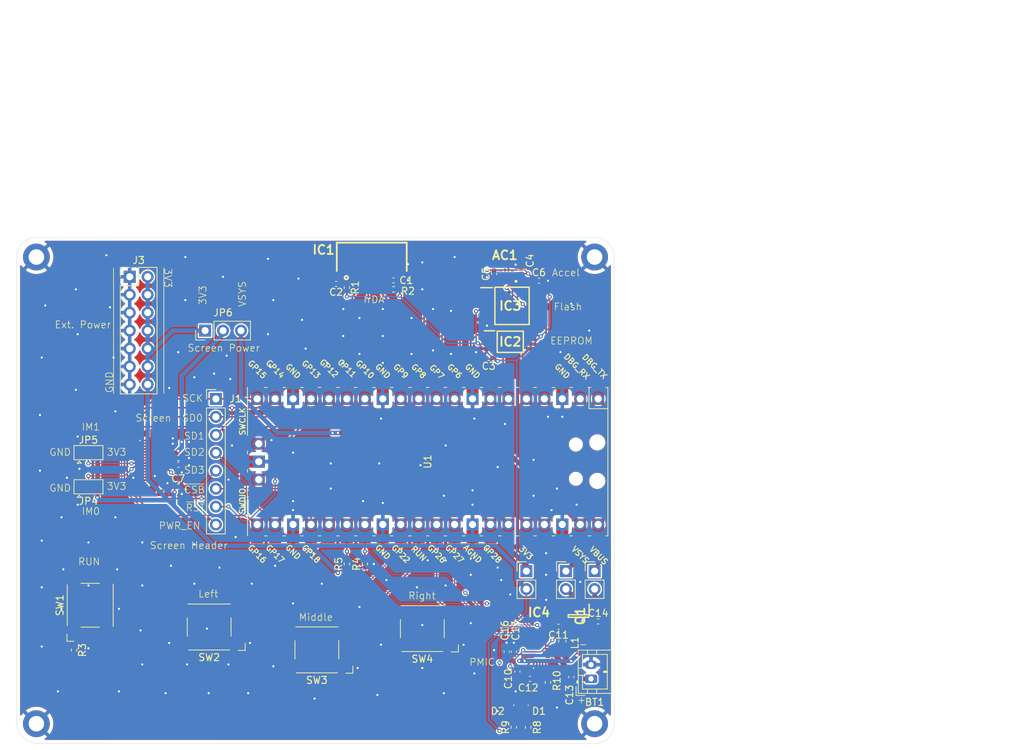
<source format=kicad_pcb>
(kicad_pcb (version 20240108) (generator "pcbnew") (generator_version "8.0")
  (layers (0 "F.Cu" signal) (1 "In1.Cu" power) (2 "In2.Cu" power) (31 "B.Cu" signal) (34 "B.Paste" user) (35 "F.Paste" user) (36 "B.SilkS" user "B.Silkscreen") (37 "F.SilkS" user "F.Silkscreen") (38 "B.Mask" user) (39 "F.Mask" user) (44 "Edge.Cuts" user))
  (net 0 "")
  (net 1 "GND")
  (net 3 "/ACCEL_INT1")
  (net 4 "/SPI_MOSI")
  (net 5 "/~{ACCEL_CSB}")
  (net 6 "/SPI_SCK")
  (net 7 "+3.3V")
  (net 9 "/SPI_MISO")
  (net 11 "/VCC1")
  (net 12 "/VCC2")
  (net 13 "/IR_PIO_TX")
  (net 14 "/IR_PIO_RX")
  (net 15 "/IR_SD")
  (net 16 "/~{EEPROM_CSB}")
  (net 17 "/~{FLASH_CSB}")
  (net 18 "/HSTX_SD0")
  (net 19 "/HSTX_SD3")
  (net 20 "/HSTX_SD2")
  (net 21 "/HSTX_SD1")
  (net 22 "/HSTX_SCK")
  (net 23 "/~{SCREEN_CSB}")
  (net 24 "/~{SCREEN_RST}")
  (net 25 "/screen-headers/TP_RST")
  (net 26 "/screen-headers/TP_VCC")
  (net 27 "/screen-headers/TP_SDA")
  (net 28 "/screen-headers/TP_INT")
  (net 29 "/screen-headers/IM0")
  (net 30 "/screen-headers/VPP")
  (net 31 "/screen-headers/IM1")
  (net 32 "/screen-headers/TP_SCL")
  (net 33 "VBUS")
  (net 34 "/BUT_L")
  (net 35 "/BUT_M")
  (net 36 "/BUT_R")
  (net 37 "/I2C_SCL")
  (net 38 "/DBG_TX")
  (net 39 "/SWCLK")
  (net 41 "/SWDIO")
  (net 42 "/I2C_SDA")
  (net 43 "/DBG_RX")
  (net 45 "/battery-bq25628e/REGN")
  (net 46 "/battery-bq25628e/PMID")
  (net 47 "/battery-bq25628e/ILIM")
  (net 48 "/battery-bq25628e/STAT")
  (net 49 "/battery-bq25628e/SW")
  (net 50 "/battery-bq25628e/BTST")
  (net 52 "VSYS")
  (net 53 "/battery-bq25628e/BAT+")
  (net 54 "/~{BAT_INT}")
  (net 55 "Net-(D1-A)")
  (net 56 "Net-(D2-A)")
  (net 57 "/screen-headers/PWR_EN")
  (net 58 "/screen-headers/TE")
  (net 59 "/RUN")
  (net 60 "/~{BAT_CE}")
  (net 70 "Net-(R3-Pad1)")
  (net 71 "/3V3_OUT")
  (net 72 "/VBUS_OUT")
  (net 73 "/VSYS_IN")
  (net 74 "/battery-bq25628e/~{PG}")
  (net 75 "/battery-bq25628e/TS")
  (net 76 "/battery-bq25628e/TS_BIAS")
  (net 77 "/screen-headers/SCREEN_VBAT")
  (net 78 "/battery-bq25628e/SYS")
  (footprint "MountingHole:MountingHole_2.2mm_M2_DIN965_Pad_TopBottom" (layer "F.Cu") (at 97.282 72.39)
    (property "Reference" "H1" (hide yes))
    (property "Value" "MountingHole")
  )
  (footprint "Resistor_SMD:R_0402_1005Metric" (layer "F.Cu") (at 102.616 128.016 -90)
    (property "Reference" "R3")
    (property "Value" "1k")
  )
  (footprint "Connector_PinHeader_2.54mm:PinHeader_1x02_P2.54mm_Vertical" (layer "F.Cu") (at 172.212 116.835)
    (property "Reference" "JP2" (hide yes))
    (property "Value" "Jumper_2_Open")
  )
  (footprint "Connector_PinHeader_2.54mm:PinHeader_1x08_P2.54mm_Vertical" (layer "F.Cu") (at 122.682 92.471)
    (property "Reference" "J1")
    (property "Value" "SCREEN_HDR")
  )
  (footprint "Capacitor_SMD:C_0402_1005Metric" (layer "F.Cu") (at 139.7 76.2 180)
    (property "Reference" "C2")
    (property "Value" "4.7uF")
  )
  (footprint "Capacitor_SMD:C_0402_1005Metric" (layer "F.Cu") (at 168.402 75.747)
    (property "Reference" "C6")
    (property "Value" "0.1uF")
  )
  (footprint "Capacitor_SMD:C_0402_1005Metric" (layer "F.Cu") (at 117.348 104.902)
    (property "Reference" "C7")
    (property "Value" "10uF")
  )
  (footprint "Connector_PinHeader_2.54mm:PinHeader_1x02_P2.54mm_Vertical" (layer "F.Cu") (at 166.624 116.84)
    (property "Reference" "JP3" (hide yes))
    (property "Value" "3V3_CURRENT_SENSE")
  )
  (footprint "SamacsysParts:BOSCH_LGA-12" (layer "F.Cu") (at 163.834 75.038 180)
    (property "Reference" "AC1")
    (property "Value" "BMA400" (hide yes))
  )
  (footprint "MountingHole:MountingHole_2.2mm_M2_DIN965_Pad_TopBottom" (layer "F.Cu") (at 176.276 138.43)
    (property "Reference" "H4" (hide yes))
    (property "Value" "MountingHole")
  )
  (footprint "Capacitor_SMD:C_0402_1005Metric" (layer "F.Cu") (at 117.376 101.792)
    (property "Reference" "C9" (hide yes))
    (property "Value" "10uF")
  )
  (footprint "Capacitor_SMD:C_0402_1005Metric" (layer "F.Cu") (at 147.828 75.692 180)
    (property "Reference" "C1")
    (property "Value" "0.1uF")
  )
  (footprint "Capacitor_SMD:C_0402_1005Metric" (layer "F.Cu") (at 171.168 124.714 180)
    (property "Reference" "C11")
    (property "Value" "20uF")
  )
  (footprint "Capacitor_SMD:C_0402_1005Metric" (layer "F.Cu") (at 167.132 132.08 180)
    (property "Reference" "C12")
    (property "Value" "4.7uF")
  )
  (footprint "Capacitor_SMD:C_0402_1005Metric" (layer "F.Cu") (at 165.866 74.276 90)
    (property "Reference" "C4")
    (property "Value" "0.1uF")
  )
  (footprint "SamacsysParts:SOP65P640X120-8N" (layer "F.Cu") (at 164.338 84.383)
    (property "Reference" "IC2")
    (property "Value" "M95512-DWDW4TP_K" (hide yes))
  )
  (footprint "SamacsysParts:TFDU4101-TR3" (layer "F.Cu") (at 139.79 74.364185)
    (property "Reference" "IC1")
    (property "Value" "TFDU4101-TT3" (hide yes))
  )
  (footprint "Jumper:SolderJumper-3_P1.3mm_Open_Pad1.0x1.5mm" (layer "F.Cu") (at 104.648 104.902)
    (property "Reference" "JP4")
    (property "Value" "JP_IM0")
  )
  (footprint "Capacitor_SMD:C_0402_1005Metric" (layer "F.Cu") (at 161.29 86.669 180)
    (property "Reference" "C3")
    (property "Value" "0.1uF")
  )
  (footprint "Capacitor_SMD:C_0402_1005Metric" (layer "F.Cu") (at 172.974 131.826 -90)
    (property "Reference" "C13")
    (property "Value" "10uF")
  )
  (footprint "SamacsysParts:SOT96P240X115-3N" (layer "F.Cu") (at 173.99 123.19 -90)
    (property "Reference" "Q1")
    (property "Value" "DMG2305UX-7" (hide yes))
  )
  (footprint "Capacitor_SMD:C_0402_1005Metric" (layer "F.Cu") (at 165.354 131.064 -90)
    (property "Reference" "C10")
    (property "Value" "47nF")
  )
  (footprint "Capacitor_SMD:C_0402_1005Metric" (layer "F.Cu") (at 164.846 128.242 90)
    (property "Reference" "C15")
    (property "Value" "0.1uF")
  )
  (footprint "Button_Switch_SMD:SW_SPST_Omron_B3FS-101xP" (layer "F.Cu") (at 104.902 121.666 90)
    (property "Reference" "SW1")
    (property "Value" "RUN")
  )
  (footprint "LED_SMD:LED_0402_1005Metric" (layer "F.Cu") (at 164.846 136.906 -90)
    (property "Reference" "D2")
    (property "Value" "STAT")
  )
  (footprint "MCU_RaspberryPi_and_Boards:RPi_Pico_SMD_TH" (layer "F.Cu") (at 152.654 101.346 -90)
    (property "Reference" "U1")
    (property "Value" "Pico 2")
  )
  (footprint "Capacitor_SMD:C_0402_1005Metric" (layer "F.Cu") (at 163.83 128.242 90)
    (property "Reference" "C16")
    (property "Value" "10uF")
  )
  (footprint "Capacitor_SMD:C_0402_1005Metric" (layer "F.Cu") (at 117.376 100.838)
    (property "Reference" "C8" (hide yes))
    (property "Value" "10uF")
  )
  (footprint "Connector_PinHeader_2.54mm:PinHeader_1x03_P2.54mm_Vertical" (layer "F.Cu") (at 121.158 82.804 90)
    (property "Reference" "JP6")
    (property "Value" "SCREEN_PWR")
  )
  (footprint "Connector_JST:JST_PH_B2B-PH-K_1x02_P2.00mm_Vertical" (layer "F.Cu") (at 175.768 132.08 90)
    (property "Reference" "BT1")
    (property "Value" "Battery_Cell")
  )
  (footprint "MountingHole:MountingHole_2.2mm_M2_DIN965_Pad_TopBottom" (layer "F.Cu") (at 97.282 138.43)
    (property "Reference" "H2" (hide yes))
    (property "Value" "MountingHole")
  )
  (footprint "Capacitor_SMD:C_0402_1005Metric" (layer "F.Cu") (at 176.784 123.952)
    (property "Reference" "C14")
    (property "Value" "1uF")
  )
  (footprint "Inductor_SMD:L_0603_1608Metric" (layer "F.Cu") (at 171.704 126.746 -90)
    (property "Reference" "L1")
    (property "Value" "1uH")
  )
  (footprint "SamacsysParts:SOIC127P790X216-8N" (layer "F.Cu") (at 164.592 79.303)
    (property "Reference" "IC3")
    (property "Value" "W25Q128JVSIM_TR" (hide yes))
  )
  (footprint "Resistor_SMD:R_0402_1005Metric" (layer "F.Cu") (at 166.878 138.938 90)
    (property "Reference" "R8")
    (property "Value" "1k")
  )
  (footprint "Resistor_SMD:R_0402_1005Metric" (layer "F.Cu") (at 141.224 76.708 -90)
    (property "Reference" "R1")
    (property "Value" "56R")
  )
  (footprint "SamacsysParts:BQ25628ERYKR" (layer "F.Cu") (at 168.503 128.406 90)
    (property "Reference" "IC4")
    (property "Value" "BQ25628ERYKR" (hide yes))
  )
  (footprint "Resistor_SMD:R_0402_1005Metric" (layer "F.Cu") (at 147.828 76.962 180)
    (property "Reference" "R2")
    (property "Value" "47R")
  )
  (footprint "Connector_PinHeader_2.54mm:PinHeader_1x02_P2.54mm_Vertical" (layer "F.Cu") (at 176.276 116.835)
    (property "Reference" "JP1" (hide yes))
    (property "Value" "Jumper_2_Open")
  )
  (footprint "Jumper:SolderJumper-3_P1.3mm_Open_Pad1.0x1.5mm" (layer "F.Cu") (at 104.648 100.076)
    (property "Reference" "JP5")
    (property "Value" "JP_IM1")
  )
  (footprint "Resistor_SMD:R_0402_1005Metric" (layer "F.Cu") (at 141.224 115.824 90)
    (property "Reference" "R5")
    (property "Value" "10k")
  )
  (footprint "Resistor_SMD:R_0402_1005Metric" (layer "F.Cu") (at 169.672 132.588 -90)
    (property "Reference" "R10")
    (property "Value" "5k")
  )
  (footprint "Button_Switch_SMD:SW_SPST_Omron_B3FS-101xP" (layer "F.Cu") (at 151.892 124.968 180)
    (property "Reference" "SW4")
    (property "Value" "BUT_R")
  )
  (footprint "Button_Switch_SMD:SW_SPST_Omron_B3FS-101xP" (layer "F.Cu") (at 136.97 127.98 180)
    (property "Reference" "SW3")
    (property "Value" "BUT_M")
  )
  (footprint "MountingHole:MountingHole_2.2mm_M2_DIN965_Pad_TopBottom" (layer "F.Cu") (at 176.276 72.39)
    (property "Reference" "H3" (hide yes))
    (property "Value" "MountingHole")
  )
  (footprint "Resistor_SMD:R_0402_1005Metric" (layer "F.Cu") (at 143.764 115.824 90)
    (property "Reference" "R4")
    (property "Value" "10k")
  )
  (footprint "Resistor_SMD:R_0402_1005Metric" (layer "F.Cu") (at 164.846 138.938 90)
    (property "Reference" "R9")
    (property "Value" "1k")
  )
  (footprint "SamacsysParts:AXE534127" (layer "F.Cu") (at 113.792 101.562 90)
    (property "Reference" "J2" (hide yes))
    (property "Value" "DO0180FMST08" (hide yes))
  )
  (footprint "Connector_PinHeader_2.54mm:PinHeader_2x07_P2.54mm_Vertical" (layer "F.Cu") (at 110.49 75.184)
    (property "Reference" "J3")
    (property "Value" "Ext_Pwr_Rail")
  )
  (footprint "Button_Switch_SMD:SW_SPST_Omron_B3FS-101xP" (layer "F.Cu") (at 121.73 124.75 180)
    (property "Reference" "SW2")
    (property "Value" "BUT_L")
  )
  (footprint "Capacitor_SMD:C_0402_1005Metric" (layer "F.Cu") (at 162.056 74.784 90)
    (property "Reference" "C5")
    (property "Value" "0.1uF")
  )
  (footprint "LED_SMD:LED_0402_1005Metric" (layer "F.Cu") (at 166.878 136.929 -90)
    (property "Reference" "D1")
    (property "Value" "PG")
  )
  (gr_line (start 115.316 73.914) (end 115.316 91.694) (stroke (width 0.1)) (layer "F.SilkS"))
  (gr_line (start 108.204 73.914) (end 108.204 91.694) (stroke (width 0.1)) (layer "F.SilkS"))
  (gr_arc (start 94.488 72.39) (mid 95.306344 70.414344) (end 97.282 69.596) (stroke (width 0.05)) (layer "Edge.Cuts"))
  (gr_line (start 97.282 69.596) (end 176.276 69.596) (stroke (width 0.05)) (layer "Edge.Cuts"))
  (gr_line (start 176.276 141.235521) (end 97.536 141.224) (stroke (width 0.05)) (layer "Edge.Cuts"))
  (gr_line (start 94.488 138.176) (end 94.488 72.39) (stroke (width 0.05)) (layer "Edge.Cuts"))
  (gr_arc (start 179.069999 138.684) (mid 178.16787 140.50166) (end 176.276 141.235521) (stroke (width 0.05)) (layer "Edge.Cuts"))
  (gr_arc (start 97.536 141.224) (mid 95.380739 140.331261) (end 94.488 138.176) (stroke (width 0.05)) (layer "Edge.Cuts"))
  (gr_line (start 179.069999 138.684) (end 179.07 72.39) (stroke (width 0.05)) (layer "Edge.Cuts"))
  (gr_arc (start 176.276 69.596) (mid 178.251656 70.414344) (end 179.07 72.39) (stroke (width 0.05)) (layer "Edge.Cuts"))
  (gr_text "3V3" (at 107.188 105.41 0) (layer "F.SilkS") (effects (font (size 1 1) (thickness 0.1)) (justify left bottom)))
  (gr_text "SD0" (at 117.856 95.758 0) (layer "F.SilkS") (effects (font (size 1 1) (thickness 0.1)) (justify left bottom)))
  (gr_text "IM1" (at 103.632 97.028 0) (layer "F.SilkS") (effects (font (size 1 1) (thickness 0.1)) (justify left bottom)))
  (gr_text "Left" (at 120.142 120.65 0) (layer "F.SilkS") (effects (font (size 1 1) (thickness 0.1)) (justify left bottom)))
  (gr_text "Screen Header" (at 113.284 113.792 0) (layer "F.SilkS") (effects (font (size 1 1) (thickness 0.1)) (justify left bottom)))
  (gr_text "GND" (at 99.06 105.664 0) (layer "F.SilkS") (effects (font (size 1 1) (thickness 0.1)) (justify left bottom)))
  (gr_text "SCK" (at 117.856 92.964 0) (layer "F.SilkS") (effects (font (size 1 1) (thickness 0.1)) (justify left bottom)))
  (gr_text "RUN" (at 103.124 116.078 0) (layer "F.SilkS") (effects (font (size 1 1) (thickness 0.1)) (justify left bottom)))
  (gr_text "SD1" (at 118.11 98.298 0) (layer "F.SilkS") (effects (font (size 1 1) (thickness 0.1)) (justify left bottom)))
  (gr_text "GND" (at 108.204 91.694 90) (layer "F.SilkS") (effects (font (size 1 1) (thickness 0.1)) (justify left bottom)))
  (gr_text "Middle" (at 134.366 123.952 0) (layer "F.SilkS") (effects (font (size 1 1) (thickness 0.1)) (justify left bottom)))
  (gr_text "Flash" (at 170.434 80.01 0) (layer "F.SilkS") (effects (font (size 1 1) (thickness 0.1)) (justify left bottom)))
  (gr_text "IrDA" (at 143.51 78.994 0) (layer "F.SilkS") (effects (font (size 1 1) (thickness 0.1)) (justify left bottom)))
  (gr_text "SD3" (at 118.11 103.124 0) (layer "F.SilkS") (effects (font (size 1 1) (thickness 0.1)) (justify left bottom)))
  (gr_text "IM0" (at 103.632 108.966 0) (layer "F.SilkS") (effects (font (size 1 1) (thickness 0.1)) (justify left bottom)))
  (gr_text "Accel" (at 170.18 75.184 0) (layer "F.SilkS") (effects (font (size 1 1) (thickness 0.1)) (justify left bottom)))
  (gr_text "GND" (at 99.06 100.584 0) (layer "F.SilkS") (effects (font (size 1 1) (thickness 0.1)) (justify left bottom)))
  (gr_text "VSYS" (at 127 79.502 90) (layer "F.SilkS") (effects (font (size 1 1) (thickness 0.1)) (justify left bottom)))
  (gr_text "-" (at 173.958 127.762 0) (layer "F.SilkS") (effects (font (size 1 1) (thickness 0.1)) (justify left bottom)))
  (gr_text "SD2" (at 118.11 100.584 0) (layer "F.SilkS") (effects (font (size 1 1) (thickness 0.1)) (justify left bottom)))
  (gr_text "Screen" (at 111.252 95.758 0) (layer "F.SilkS") (effects (font (size 1 1) (thickness 0.1)) (justify left bottom)))
  (gr_text "EEPROM" (at 169.926 84.836 0) (layer "F.SilkS") (effects (font (size 1 1) (thickness 0.1)) (justify left bottom)))
  (gr_text "3V3" (at 121.412 79.248 90) (layer "F.SilkS") (effects (font (size 1 1) (thickness 0.1)) (justify left bottom)))
  (gr_text "~{CSB}" (at 118.11 105.918 0) (layer "F.SilkS") (effects (font (size 1 1) (thickness 0.1)) (justify left bottom)))
  (gr_text "PMIC" (at 158.496 130.302 0) (layer "F.SilkS") (effects (font (size 1 1) (thickness 0.1)) (justify left bottom)))
  (gr_text "3V3" (at 115.316 73.914 -90) (layer "F.SilkS") (effects (font (size 1 1) (thickness 0.1)) (justify left bottom)))
  (gr_text "3V3" (at 107.188 100.584 0) (layer "F.SilkS") (effects (font (size 1 1) (thickness 0.1)) (justify left bottom)))
  (gr_text "Ext. Power" (at 99.822 82.55 0) (layer "F.SilkS") (effects (font (size 1 1) (thickness 0.1)) (justify left bottom)))
  (gr_text "Right" (at 149.86 120.904 0) (layer "F.SilkS") (effects (font (size 1 1) (thickness 0.1)) (justify left bottom)))
  (gr_text "~{RST}" (at 118.364 108.458 0) (layer "F.SilkS") (effects (font (size 1 1) (thickness 0.1)) (justify left bottom)))
  (gr_text "Screen Power" (at 118.618 85.852 0) (layer "F.SilkS") (effects (font (size 1 1) (thickness 0.1)) (justify left bottom)))
  (gr_text "PWR_EN" (at 114.554 110.998 0) (layer "F.SilkS") (effects (font (size 1 1) (thickness 0.1)) (justify left bottom)))
  (gr_text "+" (at 173.736 135.636 0) (layer "F.SilkS") (effects (font (size 1 1) (thickness 0.1)) (justify left bottom)))
  (segment (start 164.874 127) (end 164.846 126.972) (width 0.2) (layer "F.Cu") (net 1))
  (segment (start 114.992 103.562) (end 114.23 103.562) (width 0.2) (layer "F.Cu") (net 1))
  (segment (start 115.868 98.762) (end 116.586 98.044) (width 0.2) (layer "F.Cu") (net 1))
  (segment (start 110.998 103.632) (end 112.128 104.762) (width 0.2) (layer "F.Cu") (net 1))
  (segment (start 114.23 103.562) (end 114.046 103.378) (width 0.2) (layer "F.Cu") (net 1))
  (segment (start 166.804865 127.831) (end 165.973865 127) (width 0.2) (layer "F.Cu") (net 1))
  (segment (start 161.036 75.239) (end 161.061 75.264) (width 0.2) (layer "F.Cu") (net 1))
  (segment (start 168.882 75.747) (end 169.672 75.747) (width 0.2) (layer "F.Cu") (net 1))
  (segment (start 111.068 103.562) (end 110.998 103.632) (width 0.2) (layer "F.Cu") (net 1))
  (segment (start 112.592 102.762) (end 111.868 102.762) (width 0.2) (layer "F.Cu") (net 1))
  (segment (start 160.81 86.669) (end 160.81 85.948) (width 0.254) (layer "F.Cu") (net 1))
  (segment (start 160.992 81.208) (end 160.992 82.053) (width 0.2) (layer "F.Cu") (net 1))
  (segment (start 112.592 103.562) (end 111.068 103.562) (width 0.2) (layer "F.Cu") (net 1))
  (segment (start 116.542 98.762) (end 116.586 98.806) (width 0.2) (layer "F.Cu") (net 1))
  (segment (start 112.592 104.362) (end 111.728 104.362) (width 0.2) (layer "F.Cu") (net 1))
  (segment (start 112.592 103.162) (end 111.468 103.162) (width 0.2) (layer "F.Cu") (net 1))
  (segment (start 111.728 104.362) (end 110.998 103.632) (width 0.2) (layer "F.Cu") (net 1))
  (segment (start 164.887 127.803) (end 164.846 127.762) (width 0.2) (layer "F.Cu") (net 1))
  (segment (start 165.866 73.796) (end 165.181 73.796) (width 0.254) (layer "F.Cu") (net 1))
  (segment (start 163.019 74.788) (end 162.532 74.788) (width 0.2) (layer "F.Cu") (net 1))
  (segment (start 162.08 75.288) (end 162.056 75.264) (width 0.2) (layer "F.Cu") (net 1))
  (segment (start 114.992 103.562) (end 115.457 103.562) (width 0.2) (layer "F.Cu") (net 1))
  (segment (start 112.592 102.362) (end 112.268 102.362) (width 0.2) (layer "F.Cu") (net 1))
  (segment (start 160.006 85.358) (end 160.02 85.358) (width 0.2) (layer "F.Cu") (net 1))
  (segment (start 111.868 102.762) (end 110.998 103.632) (width 0.2) (layer "F.Cu") (net 1))
  (segment (start 163.83 127.762) (end 164.846 127.762) (width 0.2) (layer "F.Cu") (net 1))
  (segment (start 160.81 85.948) (end 161.4 85.358) (width 0.254) (layer "F.Cu") (net 1))
  (segment (start 115.457 103.562) (end 115.824 103.929) (width 0.2) (layer "F.Cu") (net 1))
  (segment (start 163.83 126.972) (end 163.83 127.762) (width 0.2) (layer "F.Cu") (net 1))
  (segment (start 160.006 85.358) (end 161.4 85.358) (width 0.2) (layer "F.Cu") (net 1))
  (segment (start 162.532 74.788) (end 162.056 75.264) (width 0.2) (layer "F.Cu") (net 1))
  (segment (start 160.992 82.053) (end 161.036 82.097) (width 0.2) (layer "F.Cu") (net 1))
  (segment (start 164.846 126.972) (end 164.846 127.762) (width 0.2) (layer "F.Cu") (net 1))
  (segment (start 111.468 103.162) (end 110.998 103.632) (width 0.2) (layer "F.Cu") (net 1))
  (segment (start 111.328 103.962) (end 110.998 103.632) (width 0.2) (layer "F.Cu") (net 1))
  (segment (start 112.592 98.762) (end 114.992 98.762) (width 0.2) (layer "F.Cu") (net 1))
  (segment (start 112.268 102.362) (end 110.998 103.632) (width 0.2) (layer "F.Cu") (net 1))
  (segment (start 148.299815 75.700185) (end 148.308 75.692) (width 0.2) (layer "F.Cu") (net 1))
  (segment (start 114.992 98.762) (end 116.542 98.762) (width 0.2) (layer "F.Cu") (net 1))
  (segment (start 163.019 75.288) (end 162.08 75.288) (width 0.2) (layer "F.Cu") (net 1))
  (segment (start 162.056 75.264) (end 161.036 75.239) (width 0.2) (layer "F.Cu") (net 1))
  (segment (start 112.592 103.962) (end 111.328 103.962) (width 0.2) (layer "F.Cu") (net 1))
  (segment (start 165.973865 127) (end 164.874 127) (width 0.2) (layer "F.Cu") (net 1))
  (segment (start 112.128 104.762) (end 112.592 104.762) (width 0.2) (layer "F.Cu") (net 1))
  (segment (start 165.181 73.796) (end 165.1 73.461) (width 0.254) (layer "F.Cu") (net 1))
  (segment (start 159.512 85.852) (end 160.006 85.358) (width 0.2) (layer "F.Cu") (net 1))
  (segment (start 165.1 73.461) (end 165.1 73.715) (width 0.254) (layer "F.Cu") (net 1))
  (segment (start 114.992 98.762) (end 115.868 98.762) (width 0.2) (layer "F.Cu") (net 1))
  (segment (start 167.553 127.831) (end 166.804865 127.831) (width 0.2) (layer "F.Cu") (net 1))
  (segment (start 115.824 103.929) (end 115.824 104.394) (width 0.2) (layer "F.Cu") (net 1))
  (segment (start 148.308 75.692) (end 148.24 75.624) (width 0.2) (layer "F.Cu") (net 1))
  (via (at 163.576 96.012) (size 0.6) (drill 0.3) (layers "F.Cu" "B.Cu") (net 1))
  (via (at 121.666 134.112) (size 0.6) (drill 0.3) (layers "F.Cu" "B.Cu") (net 1))
  (via (at 98.044 112.522) (size 0.6) (drill 0.3) (layers "F.Cu" "B.Cu") (net 1))
  (via (at 143.51 106.934) (size 0.6) (drill 0.3) (layers "F.Cu" "B.Cu") (net 1))
  (via (at 150.368 81.026) (size 0.6) (drill 0.3) (layers "F.Cu" "B.Cu") (net 1))
  (via (at 134.874 81.28) (size 0.6) (drill 0.3) (layers "F.Cu" "B.Cu") (net 1))
  (via (at 155.194 115.316) (size 0.6) (drill 0.3) (layers "F.Cu" "B.Cu") (net 1))
  (via (at 100.838 109.22) (size 0.6) (drill 0.3) (layers "F.Cu" "B.Cu") (net 1))
  (via (at 158.75 117.348) (size 0.6) (drill 0.3) (layers "F.Cu" "B.Cu") (net 1))
  (via (at 130.81 78.486) (size 0.6) (drill 0.3) (layers "F.Cu" "B.Cu") (net 1))
  (via (at 121.412 124.968) (size 0.6) (drill 0.3) (layers "F.Cu" "B.Cu") (net 1))
  (via (at 169.418 114.3) (size 0.6) (drill 0.3) (layers "F.Cu" "B.Cu") (net 1))
  (via (at 115.57 134.112) (size 0.6) (drill 0.3) (layers "F.Cu" "B.Cu") (net 1))
  (via (at 118.618 130.048) (size 0.6) (drill 0.3) (layers "F.Cu" "B.Cu") (net 1))
  (via (at 101.6 103.632) (size 0.6) (drill 0.3) (layers "F.Cu" "B.Cu") (net 1))
  (via (at 167.64 106.172) (size 0.6) (drill 0.3) (layers "F.Cu" "B.Cu") (net 1))
  (via (at 100.33 133.858) (size 0.6) (drill 0.3) (layers "F.Cu" "B.Cu") (net 1))
  (via (at 143.002 81.026) (size 0.6) (drill 0.3) (layers "F.Cu" "B.Cu") (net 1))
  (via (at 145.542 134.366) (size 0.6) (drill 0.3) (layers "F.Cu" "B.Cu") (net 1))
  (via (at 101.092 116.586) (size 0.6) (drill 0.3) (layers "F.Cu" "B.Cu") (net 1))
  (via (at 155.194 99.06) (size 0.6) (drill 0.3) (layers "F.Cu" "B.Cu") (net 1))
  (via (at 104.648 118.872) (size 0.6) (drill 0.3) (layers "F.Cu" "B.Cu") (net 1))
  (via (at 169.418 120.904) (size 0.6) (drill 0.3) (layers "F.Cu" "B.Cu") (net 1))
  (via (at 146.05 95.25) (size 0.6) (drill 0.3) (layers "F.Cu" "B.Cu") (net 1))
  (via (at 123.698 75.184) (size 0.6) (drill 0.3) (layers "F.Cu" "B.Cu") (net 1))
  (via (at 125.476 112.014) (size 0.6) (drill 0.3) (layers "F.Cu" "B.Cu") (net 1))
  (via (at 130.556 98.298) (size 0.6) (drill 0.3) (layers "F.Cu" "B.Cu") (net 1))
  (via (at 127.254 134.112) (size 0.6) (drill 0.3) (layers "F.Cu" "B.Cu") (net 1))
  (via (at 145.796 101.6) (size 0.6) (drill 0.3) (layers "F.Cu" "B.Cu") (net 1))
  (via (at 158.75 124.206) (size 0.6) (drill 0.3) (layers "F.Cu" "B.Cu") (net 1))
  (via (at 117.856 105.918) (size 0.6) (drill 0.3) (layers "F.Cu" "B.Cu") (net 1))
  (via (at 116.332 116.078) (size 0.6) (drill 0.3) (layers "F.Cu" "B.Cu") (net 1))
  (via (at 108.458 109.22) (size 0.6) (drill 0.3) (layers "F.Cu" "B.Cu") (net 1))
  (via (at 108.966 133.858) (size 0.6) (drill 0.3) (layers "F.Cu" "B.Cu") (net 1))
  (via (at 136.652 134.874) (size 0.6) (drill 0.3) (layers "F.Cu" "B.Cu") (net 1))
  (via (at 133.604 106.934) (size 0.6) (drill 0.3) (layers "F.Cu" "B.Cu") (net 1))
  (via (at 119.634 89.408) (size 0.6) (drill 0.3) (layers "F.Cu" "B.Cu") (net 1))
  (via (at 124.714 89.662) (size 0.6) (drill 0.3) (layers "F.Cu" "B.Cu") (net 1))
  (via (at 133.604 100.076) (size 0.6) (drill 0.3) (layers "F.Cu" "B.Cu") (net 1))
  (via (at 159.258 131.318) (size 0.6) (drill 0.3) (layers "F.Cu" "B.Cu") (net 1))
  (via (at 157.734 127.254) (size 0.6) (drill 0.3) (layers "F.Cu" "B.Cu") (net 1))
  (via (at 131.064 116.078) (size 0.6) (drill 0.3) (layers "F.Cu" "B.Cu") (net 1))
  (via (at 112.014 125.222) (size 0.6) (drill 0.3) (layers "F.Cu" "B.Cu") (net 1))
  (via (at 151.638 101.854) (size 0.6) (drill 0.3) (layers "F.Cu" "B.Cu") (net 1))
  (via (at 145.034 115.824) (size 0.6) (drill 0.3) (layers "F.Cu" "B.Cu") (net 1))
  (via (at 108.712 116.586) (size 0.6) (drill 0.3) (layers "F.Cu" "B.Cu") (net 1))
  (via (at 108.204 86.614) (size 0.6) (drill 0.3) (layers "F.Cu" "B.Cu") (net 1))
  (via (at 112.268 130.048) (size 0.6) (drill 0.3) (layers "F.Cu" "B.Cu") (net 1))
  (via (at 155.956 86.106) (size 0.6) (drill 0.3) (layers "F.Cu" "B.Cu") (net 1))
  (via (at 116.078 127) (size 0.6) (drill 0.3) (layers "F.Cu" "B.Cu") (net 1))
  (via (at 138.43 87.376) (size 0.6) (drill 0.3) (layers "F.Cu" "B.Cu") (net 1))
  (via (at 151.892 130.556) (size 0.6) (drill 0.3) (layers "F.Cu" "B.Cu") (net 1))
  (via (at 127.762 118.618) (size 0.6) (drill 0.3) (layers "F.Cu" "B.Cu") (net 1))
  (via (at 98.044 119.126) (size 0.6) (drill 0.3) (layers "F.Cu" "B.Cu") (net 1))
  (via (at 118.872 98.552) (size 0.6) (drill 0.3) (layers "F.Cu" "B.Cu") (net 1))
  (via (at 143.002 121.92) (size 0.6) (drill 0.3) (layers "F.Cu" "B.Cu") (net 1))
  (via (at 98.044 86.614) (size 0.6) (drill 0.3) (layers "F.Cu" "B.Cu") (net 1))
  (via (at 151.892 124.46) (size 0.6) (drill 0.3) (layers "F.Cu" "B.Cu") (net 1))
  (via (at 165.1 133.858) (size 0.6) (drill 0.3) (layers "F.Cu" "B.Cu") (net 1))
  (via (at 104.648 112.776) (size 0.6) (drill 0.3) (layers "F.Cu" "B.Cu") (net 1))
  (via (at 149.352 115.316) (size 0.6) (drill 0.3) (layers "F.Cu" "B.Cu") (net 1))
  (via (at 110.998 103.632) (size 0.6) (drill 0.3) (layers "F.Cu" "B.Cu") (net 1))
  (via (at 146.304 107.188) (size 0.6) (drill 0.3) (layers "F.Cu" "B.Cu") (net 1))
  (via (at 108.458 94.234) (size 0.6) (drill 0.3) (layers "F.Cu" "B.Cu") (net 1))
  (via (at 146.304 79.756) (size 0.6) (drill 0.3) (layers "F.Cu" "B.Cu") (net 1))
  (via (at 140.716 87.376) (size 0.6) (drill 0.3) (layers "F.Cu" "B.Cu") (net 1))
  (via (at 151.13 119.126) (size 0.6) (drill 0.3) (layers "F.Cu" "B.Cu") (net 1))
  (via (at 164.338 120.142) (size 0.6) (drill 0.3) (layers "F.Cu" "B.Cu") (net 1))
  (via (at 164.846 126.972) (size 0.6) (drill 0.3) (layers "F.Cu" "B.Cu") (net 1))
  (via (at 173.736 107.442) (size 0.6) (drill 0.3) (layers "F.Cu" "B.Cu") (net 1))
  (via (at 133.604 121.412) (size 0.6) (drill 0.3) (layers "F.Cu" "B.Cu") (net 1))
  (via (at 174.244 118.364) (size 0.6) (drill 0.3) (layers "F.Cu" "B.Cu") (net 1))
  (via (at 153.416 79.756) (size 0.6) (drill 0.3) (layers "F.Cu" "B.Cu") (net 1))
  (via (at 112.268 118.872) (size 0.6) (drill 0.3) (layers "F.Cu" "B.Cu") (net 1))
  (via (at 122.428 88.9) (size 0.6) (drill 0.3) (layers "F.Cu" "B.Cu") (net 1))
  (via (at 130.81 130.302) (size 0.6) (drill 0.3) (layers "F.Cu" "B.Cu") (net 1))
  (via (at 167.64 101.092) (size 0.6) (drill 0.3) (layers "F.Cu" "B.Cu") (net 1))
  (via (at 150.368 86.106) (size 0.6) (drill 0.3) (layers "F.Cu" "B.Cu") (net 1))
  (via (at 162.052 128.016) (size 0.6) (drill 0.3) (layers "F.Cu" "B.Cu") (net 1))
  (via (at 112.268 112.776) (size 0.6) (drill 0.3) (layers "F.Cu" "B.Cu") (net 1))
  (via (at 159.512 85.852) (size 0.6) (drill 0.3) (layers "F.Cu" "B.Cu") (net 1))
  (via (at 151.892 76.962) (size 0.6) (drill 0.3) (layers "F.Cu" "B.Cu") (net 1))
  (via (at 162.56 116.332) (size 0.6) (drill 0.3) (layers "F.Cu" "B.Cu") (net 1))
  (via (at 171.704 94.996) (size 0.6) (drill 0.3) (layers "F.Cu" "B.Cu") (net 1))
  (via (at 149.86 75.692) (size 0.6) (drill 0.3) (layers "F.Cu" "B.Cu") (net 1))
  (via (at 102.87 76.962) (size 0.6) (drill 0.3) (layers "F.Cu" "B.Cu") (net 1))
  (via (at 119.634 118.618) (size 0.6) (drill 0.3) (layers "F.Cu" "B.Cu") (net 1))
  (via (at 158.75 115.062) (size 0.6) (drill 0.3) (layers "F.Cu" "B.Cu") (net 1))
  (via (at 154.94 106.172) (size 0.6) (drill 0.3) (layers "F.Cu" "B.Cu") (net 1))
  (via (at 172.974 78.994) (size 0.6) (drill 0.3) (layers "F.Cu" "B.Cu") (net 1))
  (via (at 100.838 122.174) (size 0.6) (drill 0.3) (layers "F.Cu" "B.Cu") (net 1))
  (via (at 118.872 101.854) (size 0.6) (drill 0.3) (layers "F.Cu" "B.Cu") (net 1))
  (via (at 170.942 105.156) (size 0.6) (drill 0.3) (layers "F.Cu" "B.Cu") (net 1))
  (via (at 103.378 102.362) (size 0.6) (drill 0.3) (layers "F.Cu" "B.Cu") (net 1))
  (via (at 107.188 72.136) (size 0.6) (drill 0.3) (layers "F.Cu" "B.Cu") (net 1))
  (via (at 155.956 80.01) (size 0.6) (drill 0.3) (layers "F.Cu" "B.Cu") (net 1))
  (via (at 146.05 127.254) (size 0.6) (drill 0.3) (layers "F.Cu" "B.Cu") (net 1))
  (via (at 146.812 118.11) (size 0.6) (drill 0.3) (layers "F.Cu" "B.Cu") (net 1))
  (via (at 142.748 130.556) (size 0.6) (drill 0.3) (layers "F.Cu" "B.Cu") (net 1))
  (via (at 103.124 107.442) (size 0.6) (drill 0.3) (layers "F.Cu" "B.Cu") (net 1))
  (via (at 130.048 72.644) (size 0.6) (drill 0.3) (layers "F.Cu" "B.Cu") (net 1))
  (via (at 159.258 95.25) (size 0.6) (drill 0.3) (layers "F.Cu" "B.Cu") (net 1))
  (via (at 138.938 105.156) (size 0.6) (drill 0.3) (layers "F.Cu" "B.Cu") (net 1))
  (via (at 149.86 73.406) (size 0.6) (drill 0.3) (layers "F.Cu" "B.Cu") (net 1))
  (via (at 103.124 97.79) (size 0.6) (drill 0.3) (layers "F.Cu" "B.Cu") (net 1))
  (via (at 98.044 127.508) (size 0.6) (drill 0.3) (layers "F.Cu" "B.Cu") (net 1))
  (via (at 118.872 100.838) (size 0.6) (drill 0.3) (layers "F.Cu" "B.Cu") (net 1))
  (via (at 155.194 118.872) (size 0.6) (drill 0.3) (layers "F.Cu" "B.Cu") (net 1))
  (via (at 152.654 115.316) (size 0.6) (drill 0.3) (layers "F.Cu" "B.Cu") (net 1))
  (via (at 146.304 87.376) (size 0.6) (drill 0.3) (layers "F.Cu" "B.Cu") (net 1))
  (via (at 159.004 105.41) (size 0.6) (drill 0.3) (layers "F.Cu" "B.Cu") (net 1))
  (via (at 146.304 83.566) (size 0.6) (drill 0.3) (layers "F.Cu" "B.Cu") (net 1))
  (via (at 161.036 82.097) (size 0.6) (drill 0.3) (layers "F.Cu" "B.Cu") (net 1))
  (via (at 116.078 90.932) (size 0.6) (drill 0.3) (layers "F.Cu" "B.Cu") (net 1))
  (via (at 162.56 136.652) (size 0.6) (drill 0.3) (layers "F.Cu" "B.Cu") (net 1))
  (via (at 103.124 83.312) (size 0.6) (drill 0.3) (layers "F.Cu" "B.Cu") (net 1))
  (via (at 118.364 72.39) (size 0.6) (drill 0.3) (layers "F.Cu" "B.Cu") (net 1))
  (via (at 140.716 83.566) (size 0.6) (drill 0.3) (layers "F.Cu" "B.Cu") (net 1))
  (via (at 104.648 127.762) (size 0.6) (drill 0.3) (layers "F.Cu" "B.Cu") (net 1))
  (via (at 134.366 75.438) (size 0.6) (drill 0.3) (layers "F.Cu" "B.Cu") (net 1))
  (via (at 97.79 102.616) (size 0.6) (drill 0.3) (layers "F.Cu" "B.Cu") (net 1))
  (via (at 169.672 94.996) (size 0.6) (drill 0.3) (layers "F.Cu" "B.Cu") (net 1))
  (via (at 138.938 101.6) (size 0.6) (drill 0.3) (layers "F.Cu" "B.Cu") (net 1))
  (via (at 98.552 79.248) (size 0.6) (drill 0.3) (layers "F.Cu" "B.Cu") (net 1))
  (via (at 119.634 113.03) (size 0.6) (drill 0.3) (layers "F.Cu" "B.Cu") (net 1))
  (via (at 163.83 126.972) (size 0.6) (drill 0.3) (layers "F.Cu" "B.Cu") (net 1))
  (via (at 170.18 108.204) (size 0.6) (drill 0.3) (layers "F.Cu" "B.Cu") (net 1))
  (via (at 140.716 79.756) (size 0.6) (drill 0.3) (layers "F.Cu" "B.Cu") (net 1))
  (via (at 97.79 94.742) (size 0.6) (drill 0.3) (layers "F.Cu" "B.Cu") (net 1))
  (via (at 117.348 85.852) (size 0.6) (drill 0.3) (layers "F.Cu" "B.Cu") (net 1))
  (via (at 163.068 118.11) (size 0.6) (drill 0.3) (layers "F.Cu" "B.Cu") (net 1))
  (via (at 124.206 86.36) (size 0.6) (drill 0.3) (layers "F.Cu" "B.Cu") (net 1))
  (via (at 171.45 85.852) (size 0.6) (drill 0.3) (layers "F.Cu" "B.Cu") (net 1))
  (via (at 133.604 108.204) (size 0.6) (drill 0.3) (layers "F.Cu" "B.Cu") (net 1))
  (via (at 114.046 103.378) (size 0.6) (drill 0.3) (layers "F.Cu" "B.Cu") (net 1))
  (via (at 151.892 73.152) (size 0.6) (drill 0.3) (layers "F.Cu" "B.Cu") (net 1))
  (via (at 107.696 79.502) (size 0.6) (drill 0.3) (layers "F.Cu" "B.Cu") (net 1))
  (via (at 161.036 75.239) (size 0.6) (drill 0.3) (layers "F.Cu" "B.Cu") (net 1))
  (via (at 123.19 116.332) (size 0.6) (drill 0.3) (layers "F.Cu" "B.Cu") (net 1))
  (via (at 102.87 91.186) (size 0.6) (drill 0.3) (layers "F.Cu" "B.Cu") (net 1))
  (via (at 135.382 85.344) (size 0.6) (drill 0.3) (layers "F.Cu" "B.Cu") (net 1))
  (via (at 169.418 117.348) (size 0.6) (drill 0.3) (layers "F.Cu" "B.Cu") (net 1))
  (via (at 154.94 134.112) (size 0.6) (drill 0.3) (layers "F.Cu" "B.Cu") (net 1))
  (via (at 156.464 72.39) (size 0.6) (drill 0.3) (layers "F.Cu" "B.Cu") (net 1))
  (via (at 165.1 73.461) (size 0.6) (drill 0.3) (layers "F.Cu" "B.Cu") (net 1))
  (via (at 170.942 136.144) (size 0.6) (drill 0.3) (layers "F.Cu" "B.Cu") (net 1))
  (via (at 124.46 103.886) (size 0.6) (drill 0.3) (layers "F.Cu" "B.Cu") (net 1))
  (via (at 130.048 83.312) (size 0.6) (drill 0.3) (layers "F.Cu" "B.Cu") (net 1))
  (via (at 116.586 98.806) (size 0.6) (drill 0.3) (layers "F.Cu" "B.Cu") (net 1))
  (via (at 175.514 82.804) (size 0.6) (drill 0.3) (layers "F.Cu" "B.Cu") (net 1))
  (via (at 159.004 107.442) (size 0.6) (drill 0.3) (layers "F.Cu" "B.Cu") (net 1))
  (via (at 124.46 130.048) (size 0.6) (drill 0.3) (layers "F.Cu" "B.Cu") (net 1))
  (via (at 153.416 85.598) (size 0.6) (drill 0.3) (layers "F.Cu" "B.Cu") (net 1))
  (via (at 117.856 102.87) (size 0.6) (drill 0.3) (layers "F.Cu" "B.Cu") (net 1))
  (via (at 162.56 102.108) (size 0.6) (drill 0.3) (layers "F.Cu" "B.Cu") (net 1))
  (via (at 143.002 86.106) (size 0.6) (drill 0.3) (layers "F.Cu" "B.Cu") (net 1))
  (via (at 116.586 98.044) (size 0.6) (drill 0.3) (layers "F.Cu" "B.Cu") (net 1))
  (via (at 118.364 78.486) (size 0.6) (drill 0.3) (layers "F.Cu" "B.Cu") (net 1))
  (via (at 130.302 87.884) (size 0.6) (drill 0.3) (layers "F.Cu" "B.Cu") (net 1))
  (via (at 146.304 114.3) (size 0.6) (drill 0.3) (layers "F.Cu" "B.Cu") (net 1))
  (via (at 169.672 75.747) (size 0.6) (drill 0.3) (layers "F.Cu" "B.Cu") (net 1))
  (via (at 108.966 122.174) (size 0.6) (drill 0.3) (layers "F.Cu" "B.Cu") (net 1))
  (via (at 127.508 127) (size 0.6) (drill 0.3) (layers "F.Cu" "B.Cu") (net 1))
  (via (at 124.968 99.06) (size 0.6) (drill 0.3) (layers "F.Cu" "B.Cu") (net 1))
  (via (at 115.824 104.394) (size 0.6) (drill 0.3) (layers "F.Cu" "B.Cu") (net 1))
  (via (at 137.668 118.618) (size 0.6) (drill 0.3) (layers "F.Cu" "B.Cu") (net 1))
  (segment (start 152.146 91.694) (end 151.384 92.456) (width 0.2) (layer "F.Cu") (net 3))
  (segment (start 152.146 78.795) (end 152.146 91.694) (width 0.2) (layer "F.Cu") (net 3))
  (segment (start 151.384 92.456) (end 150.549 91.621) (width 0.2) (layer "F.Cu") (net 3))
  (segment (start 157.734 73.207) (end 152.146 78.795) (width 0.2) (layer "F.Cu") (net 3))
  (segment (start 163.473 73.207) (end 157.734 73.207) (width 0.2) (layer "F.Cu") (net 3))
  (segment (start 164.084 74.223) (end 164.084 73.818) (width 0.2) (layer "F.Cu") (net 3))
  (segment (start 164.084 73.818) (end 163.473 73.207) (width 0.2) (layer "F.Cu") (net 3))
  (segment (start 166.075 91.907) (end 166.624 92.456) (width 0.2) (layer "F.Cu") (net 4))
  (segment (start 167.132 85.358) (end 167.276 85.358) (width 0.2) (layer "F.Cu") (net 4))
  (segment (start 167.276 91.804) (end 166.624 92.456) (width 0.2) (layer "F.Cu") (net 4))
  (segment (start 166.075 86.415) (end 166.075 83.0465) (width 0.2) (layer "F.Cu") (net 4))
  (segment (start 165.354 82.3255) (end 165.354 75.428) (width 0.2) (layer "F.Cu") (net 4))
  (segment (start 165.214 75.288) (end 164.649 75.288) (width 0.2) (layer "F.Cu") (net 4))
  (segment (start 166.075 86.415) (end 167.132 85.358) (width 0.2) (layer "F.Cu") (net 4))
  (segment (start 167.9135 81.208) (end 168.192 81.208) (width 0.2) (layer "F.Cu") (net 4))
  (segment (start 166.075 83.0465) (end 167.9135 81.208) (width 0.2) (layer "F.Cu") (net 4))
  (segment (start 166.075 86.415) (end 166.075 91.907) (width 0.2) (layer "F.Cu") (net 4))
  (segment (start 166.075 83.0465) (end 165.354 82.3255) (width 0.2) (layer "F.Cu") (net 4))
  (segment (start 165.354 75.428) (end 165.214 75.288) (width 0.2) (layer "F.Cu") (net 4))
  (segment (start 154.686 91.694) (end 153.924 92.456) (width 0.2) (layer "F.Cu") (net 5))
  (segment (start 154.686 78.541) (end 154.686 91.694) (width 0.2) (layer "F.Cu") (net 5))
  (segment (start 157.383 75.844) (end 154.686 78.541) (width 0.2) (layer "F.Cu") (net 5))
  (segment (start 162.963 75.844) (end 157.383 75.844) (width 0.2) (layer "F.Cu") (net 5))
  (segment (start 163.019 75.788) (end 162.963 75.844) (width 0.2) (layer "F.Cu") (net 5))
  (segment (start 167.276 84.708) (end 168.1885 84.708) (width 0.2) (layer "F.Cu") (net 6))
  (segment (start 169.418 85.907) (end 169.418 80.065) (width 0.2) (layer "F.Cu") (net 6))
  (segment (start 169.418 80.2945) (end 169.418 92.202) (width 0.2) (layer "F.Cu") (net 6))
  (segment (start 169.418 92.202) (end 169.164 92.456) (width 0.2) (layer "F.Cu") (net 6))
  (segment (start 168.1885 84.708) (end 169.418 85.9375) (width 0.2) (layer "F.Cu") (net 6))
  (segment (start 169.291 79.938) (end 168.192 79.938) (width 0.2) (layer "F.Cu") (net 6))
  (segment (start 164.084 75.853) (end 164.084 76.509) (width 0.2) (layer "F.Cu") (net 6))
  (segment (start 164.084 76.509) (end 163.83 76.763) (width 0.2) (layer "F.Cu") (net 6))
  (segment (start 166.116 79.049) (end 166.878 79.811) (width 0.2) (layer "F.Cu") (net 6))
  (segment (start 166.878 79.811) (end 168.065 79.811) (width 0.2) (layer "F.Cu") (net 6))
  (segment (start 169.418 80.065) (end 169.291 79.938) (width 0.2) (layer "F.Cu") (net 6))
  (via (at 163.83 76.763) (size 0.6) (drill 0.3) (layers "F.Cu" "B.Cu") (net 6))
  (via (at 166.116 79.049) (size 0.6) (drill 0.3) (layers "F.Cu" "B.Cu") (net 6))
  (segment (start 166.116 79.049) (end 163.83 76.763) (width 0.2) (layer "B.Cu") (net 6))
  (segment (start 168.192 77.398) (end 167.009 77.398) (width 0.2) (layer "F.Cu") (net 7))
  (segment (start 164.681 74.756) (end 164.649 74.788) (width 0.2) (layer "F.Cu") (net 7))
  (segment (start 141.224 77.724) (end 141.224 77.724) (width 0.2) (layer "F.Cu") (net 7))
  (segment (start 168.656 83.621) (end 168.529 83.748) (width 0.2) (layer "F.Cu") (net 7))
  (segment (start 165.866 76.255) (end 165.866 77.275) (width 0.2) (layer "F.Cu") (net 7))
  (segment (start 167.894 75.747) (end 166.878 74.731) (width 0.2) (layer "F.Cu") (net 7))
  (segment (start 160.992 79.938) (end 159.639 79.938) (width 0.2) (layer "F.Cu") (net 7))
  (segment (start 165.866 74.756) (end 165.866 76.255) (width 0.2) (layer "F.Cu") (net 7))
  (segment (start 169.545 77.398) (end 169.926 77.779) (width 0.2) (layer "F.Cu") (net 7))
  (segment (start 162.814 139.446) (end 162.816 139.448) (width 0.254) (layer "F.Cu") (net 7))
  (segment (start 167.009 77.398) (end 165.866 76.255) (width 0.2) (layer "F.Cu") (net 7))
  (segment (start 168.189 83.408) (end 167.276 83.408) (width 0.2) (layer "F.Cu") (net 7))
  (segment (start 167.922 75.747) (end 167.894 75.747) (width 0.2) (layer "F.Cu") (net 7))
  (segment (start 159.875003 84.708) (end 161.4 84.708) (width 0.2) (layer "F.Cu") (net 7))
  (segment (start 141.224 116.334) (end 140.714 116.334) (width 0.2) (layer "F.Cu") (net 7))
  (segment (start 167.922 75.747) (end 167.922 77.128) (width 0.2) (layer "F.Cu") (net 7))
  (segment (start 115.84975 103.35225) (end 115.6595 103.162) (width 0.2) (layer "F.Cu") (net 7))
  (segment (start 115.6595 103.162) (end 114.992 103.162) (width 0.2) (layer "F.Cu") (net 7))
  (segment (start 161.77 86.669) (end 162.107 86.669) (width 0.254) (layer "F.Cu") (net 7))
  (segment (start 105.948 100.076) (end 105.948 104.902) (width 0.635) (layer "F.Cu") (net 7))
  (segment (start 168.219 84.058) (end 168.656 83.621) (width 0.2) (layer "F.Cu") (net 7))
  (segment (start 159.639 79.938) (end 159.512 80.065) (width 0.2) (layer "F.Cu") (net 7))
  (segment (start 168.192 78.668) (end 169.545 78.668) (width 0.2) (layer "F.Cu") (net 7))
  (segment (start 161.036 74.223) (end 161.117 74.304) (width 0.2) (layer "F.Cu") (net 7))
  (segment (start 162.056 74.304) (end 161.117 74.304) (width 0.2) (layer "F.Cu") (net 7))
  (segment (start 162.816 139.448) (end 166.878 139.448) (width 0.254) (layer "F.Cu") (net 7))
  (segment (start 159.766 84.598997) (end 159.875003 84.708) (width 0.2) (layer "F.Cu") (net 7))
  (segment (start 168.529 83.748) (end 168.189 83.408) (width 0.2) (layer "F.Cu") (net 7))
  (segment (start 168.192 77.398) (end 169.545 77.398) (width 0.2) (layer "F.Cu") (net 7))
  (segment (start 162.107 86.669) (end 162.56 87.122) (width 0.254) (layer "F.Cu") (net 7))
  (segment (start 165.866 74.756) (end 164.681 74.756) (width 0.2) (layer "F.Cu") (net 7))
  (segment (start 167.922 77.128) (end 168.192 77.398) (width 0.2) (layer "F.Cu") (net 7))
  (segment (start 140.714 116.334) (end 143.764 116.334) (width 0.2) (layer "F.Cu") (net 7))
  (segment (start 141.224 77.218) (end 141.224 77.978) (width 0.254) (layer "F.Cu") (net 7))
  (segment (start 105.918 104.932) (end 105.948 104.902) (width 0.635) (layer "F.Cu") (net 7))
  (segment (start 165.866 74.756) (end 165.862 74.756) (width 0.2) (layer "F.Cu") (net 7))
  (segment (start 116.84 104.3425) (end 115.84975 103.35225) (width 0.2) (layer "F.Cu") (net 7))
  (segment (start 167.276 84.058) (end 168.219 84.058) (width 0.2) (layer "F.Cu") (net 7))
  (segment (start 165.866 77.275) (end 167.259 78.668) (width 0.2) (layer "F.Cu") (net 7))
  (segment (start 163.019 74.288) (end 162.072 74.288) (width 0.2) (layer "F.Cu") (net 7))
  (segment (start 115.2595 102.762) (end 115.84975 103.35225) (width 0.2) (layer "F.Cu") (net 7))
  (segment (start 114.992 102.762) (end 115.2595 102.762) (width 0.2) (layer "F.Cu") (net 7))
  (segment (start 167.259 78.668) (end 168.192 78.668) (width 0.2) (layer "F.Cu") (net 7))
  (segment (start 166.878 74.731) (end 166.853 74.756) (width 0.2) (layer "F.Cu") (net 7))
  (segment (start 116.84 105.664) (end 116.84 104.3425) (width 0.2) (layer "F.Cu") (net 7))
  (segment (start 162.072 74.288) (end 162.056 74.304) (width 0.2) (layer "F.Cu") (net 7))
  (segment (start 105.918 106.426) (end 105.918 104.932) (width 0.635) (layer "F.Cu") (net 7))
  (segment (start 148.712908 77.336908) (end 148.338 76.962) (width 0.254) (layer "F.Cu") (net 7))
  (segment (start 169.545 78.668) (end 169.926 78.287) (width 0.2) (layer "F.Cu") (net 7))
  (segment (start 139.954 117.094) (end 140.714 116.334) (width 0.2) (layer "F.Cu") (net 7))
  (segment (start 148.712908 77.855092) (end 148.712908 77.336908) (width 0.254) (layer "F.Cu") (net 7))
  (segment (start 165.862 74.756) (end 166.878 74.731) (width 0.2) (layer "F.Cu") (net 7))
  (via (at 148.712908 77.855092) (size 0.6) (drill 0.3) (layers "F.Cu" "B.Cu") (net 7))
  (via (at 105.918 106.426) (size 0.6) (drill 0.3) (layers "F.Cu" "B.Cu") (net 7))
  (via (at 162.56 87.122) (size 0.6) (drill 0.3) (layers "F.Cu" "B.Cu") (net 7))
  (via (at 116.84 105.664) (size 0.6) (drill 0.3) (layers "F.Cu" "B.Cu") (net 7))
  (via (at 159.766 84.598997) (size 0.6) (drill 0.3) (layers "F.Cu" "B.Cu") (net 7))
  (via (at 162.814 139.446) (size 0.6) (drill 0.3) (layers "F.Cu" "B.Cu") (net 7))
  (via (at 161.036 74.223) (size 0.6) (drill 0.3) (layers "F.Cu" "B.Cu") (net 7))
  (via (at 141.224 77.978) (size 0.6) (drill 0.3) (layers "F.Cu" "B.Cu") (net 7))
  (via (at 168.656 83.621) (size 0.6) (drill 0.3) (layers "F.Cu" "B.Cu") (net 7))
  (via (at 166.878 74.731) (size 0.6) (drill 0.3) (layers "F.Cu" "B.Cu") (net 7))
  (via (at 139.954 117.094) (size 0.6) (drill 0.3) (layers "F.Cu" "B.Cu") (net 7))
  (via (at 169.926 78.033) (size 0.6) (drill 0.3) (layers "F.Cu" "B.Cu") (net 7))
  (via (at 159.512 80.065) (size 0.6) (drill 0.3) (layers "F.Cu" "B.Cu") (net 7))
  (segment (start 116.713 105.791) (end 116.713 107.569) (width 0.635) (layer "B.Cu") (net 7))
  (segment (start 113.03 75.184) (end 113.03 86.36) (width 0.635) (layer "B.Cu") (net 7))
  (segment (start 113.03 86.36) (end 116.586 82.804) (width 0.635) (layer "B.Cu") (net 7))
  (segment (start 166.624 119.38) (end 165.2565 118.0125) (width 0.635) (layer "B.Cu") (net 7))
  (segment (start 116.586 82.804) (end 121.158 82.804) (width 0.635) (layer "B.Cu") (net 7))
  (segment (start 168.656 83.621) (end 169.926 82.351) (width 0.2) (layer "B.Cu") (net 7))
  (segment (start 161.036 74.223) (end 166.37 74.223) (width 0.2) (layer "B.Cu") (net 7))
  (segment (start 159.512 80.065) (end 159.512 84.344997) (width 0.2) (layer "B.Cu") (net 7))
  (segment (start 162.56 87.122) (end 162.289003 87.122) (width 0.254) (layer "B.Cu") (net 7))
  (segment (start 106.299 106.807) (end 105.918 106.426) (width 0.635) (layer "B.Cu") (net 7))
  (segment (start 148.59 77.978) (end 141.224 77.978) (width 0.254) (layer "B.Cu") (net 7))
  (segment (start 155.456812 84.598997) (end 159.766 84.598997) (width 0.254) (layer "B.Cu") (net 7))
  (segment (start 148.712908 77.855092) (end 148.712908 77.855093) (width 0.2) (layer "B.Cu") (net 7))
  (segment (start 113.03 103.886) (end 116.078 106.934) (width 0.635) (layer "B.Cu") (net 7))
  (segment (start 136.0885 113.2285) (end 139.954 117.094) (width 0.635) (layer "B.Cu") (net 7))
  (segment (start 148.712908 77.855092) (end 148.59 77.978) (width 0.254) (layer "B.Cu") (net 7))
  (segment (start 166.624 119.38) (end 166.624 122.552712) (width 0.254) (layer "B.Cu") (net 7))
  (segment (start 165.2565 118.0125) (end 165.2565 116.2295) (width 0.635) (layer "B.Cu") (net 7))
  (segment (start 148.712908 77.855093) (end 155.456812 84.598997) (width 0.254) (layer "B.Cu") (net 7))
  (segment (start 121.158 82.804) (end 120.904 83.058) (width 0.635) (layer "B.Cu") (net 7))
  (segment (start 122.3725 113.2285) (end 134.366 113.2285) (width 0.635) (layer "B.Cu") (net 7))
  (segment (start 116.713 105.791) (end 116.84 105.664) (width 0.635) (layer "B.Cu") (net 7))
  (segment (start 164.208712 124.968) (end 163.322 124.968) (width 0.254) (layer "B.Cu") (net 7))
  (segment (start 116.713 107.569) (end 117.221 108.077) (width 0.635) (layer "B.Cu") (net 7))
  (segment (start 159.814526 84.598997) (end 159.766 84.598997) (width 0.2) (layer "B.Cu") (net 7))
  (segment (start 117.221 108.077) (end 122.3725 113.2285) (width 0.635) (layer "B.Cu") (net 7))
  (segment (start 163.322 124.968) (end 161.29 127) (width 0.254) (layer "B.Cu") (net 7))
  (segment (start 161.29 127) (end 161.29 137.922) (width 0.254) (layer "B.Cu") (net 7))
  (segment (start 159.512 84.344997) (end 159.766 84.598997) (width 0.2) (layer "B.Cu") (net 7))
  (segment (start 166.770002 85.506998) (end 165.261 87.016) (width 0.254) (layer "B.Cu") (net 7))
  (segment (start 162.289003 87.122) (end 159.766 84.598997) (width 0.254) (layer "B.Cu") (net 7))
  (segment (start 165.261 118.774) (end 165.261 104.902) (width 0.254) (layer "B.Cu") (net 7))
  (segment (start 162.666 87.016) (end 165.261 87.016) (width 0.254) (layer "B.Cu") (net 7))
  (segment (start 166.770002 85.506998) (end 168.656 83.621) (width 0.254) (layer "B.Cu") (net 7))
  (segment (start 166.37 74.223) (end 166.878 74.731) (width 0.2) (layer "B.Cu") (net 7))
  (segment (start 116.078 106.934) (end 115.951 106.807) (width 0.635) (layer "B.Cu") (net 7))
  (segment (start 113.03 86.36) (end 113.03 90.424) (width 0.635) (layer "B.Cu") (net 7))
  (segment (start 161.29 137.922) (end 162.814 139.446) (width 0.254) (layer "B.Cu") (net 7))
  (segment (start 169.926 82.351) (end 169.926 78.033) (width 0.2) (layer "B.Cu") (net 7))
  (segment (start 165.261 87.016) (end 165.261 104.902) (width 0.254) (layer "B.Cu") (net 7))
  (segment (start 162.2555 113.2285) (end 134.366 113.2285) (width 0.635) (layer "B.Cu") (net 7))
  (segment (start 165.2565 116.2295) (end 162.2555 113.2285) (width 0.635) (layer "B.Cu") (net 7))
  (segment (start 116.078 106.934) (end 117.221 108.077) (width 0.635) (layer "B.Cu") (net 7))
  (segment (start 166.624 122.552712) (end 164.208712 124.968) (width 0.254) (layer "B.Cu") (net 7))
  (segment (start 113.03 103.886) (end 113.03 90.424) (width 0.635) (layer "B.Cu") (net 7))
  (segment (start 162.56 87.122) (end 162.666 87.016) (width 0.254) (layer "B.Cu") (net 7))
  (segment (start 115.951 106.807) (end 106.299 106.807) (width 0.635) (layer "B.Cu") (net 7))
  (segment (start 134.366 113.2285) (end 136.0885 113.2285) (width 0.635) (layer "B.Cu") (net 7))
  (segment (start 161.4 84.058) (end 162.3375 84.058) (width 0.2) (layer "F.Cu") (net 9))
  (segment (start 163.322 91.694) (end 164.084 92.456) (width 0.2) (layer "F.Cu") (net 9))
  (segment (start 163.322 80.518) (end 161.472 78.668) (width 0.2) (layer "F.Cu") (net 9))
  (segment (start 163.322 80.518) (end 164.649 79.191) (width 0.2) (layer "F.Cu") (net 9))
  (segment (start 163.322 81.534) (end 163.322 80.518) (width 0.2) (layer "F.Cu") (net 9))
  (segment (start 163.322 85.344) (end 163.322 81.225) (width 0.2) (layer "F.Cu") (net 9))
  (segment (start 161.472 78.668) (end 160.992 78.668) (width 0.2) (layer "F.Cu") (net 9))
  (segment (start 164.649 79.191) (end 164.649 75.788) (width 0.2) (layer "F.Cu") (net 9))
  (segment (start 163.322 85.0425) (end 163.322 91.694) (width 0.2) (layer "F.Cu") (net 9))
  (segment (start 162.3375 84.058) (end 163.322 85.0425) (width 0.2) (layer "F.Cu") (net 9))
  (segment (start 146.24 74.818185) (end 147.348 75.926185) (width 0.254) (layer "F.Cu") (net 11))
  (segment (start 147.348 75.926185) (end 147.348 76.932) (width 0.254) (layer "F.Cu") (net 11))
  (segment (start 147.348 76.932) (end 147.318 76.962) (width 0.2) (layer "F.Cu") (net 11))
  (segment (start 146.24 73.414185) (end 146.24 74.818185) (width 0.254) (layer "F.Cu") (net 11))
  (segment (start 141.224 76.198) (end 141.224 73.430185) (width 0.254) (layer "F.Cu") (net 12))
  (segment (start 141.224 73.430185) (end 141.24 73.414185) (width 0.2) (layer "F.Cu") (net 12))
  (segment (start 141.222 76.2) (end 141.224 76.198) (width 0.2) (layer "F.Cu") (net 12))
  (segment (start 140.18 76.2) (end 141.222 76.2) (width 0.254) (layer "F.Cu") (net 12))
  (segment (start 143.24 73.414185) (end 143.24 76.724) (width 0.2) (layer "F.Cu") (net 13))
  (segment (start 141.986 77.978) (end 141.986 91.694) (width 0.2) (layer "F.Cu") (net 13))
  (segment (start 143.24 76.724) (end 141.986 77.978) (width 0.2) (layer "F.Cu") (net 13))
  (segment (start 141.986 91.694) (end 141.224 92.456) (width 0.2) (layer "F.Cu") (net 13))
  (segment (start 144.24 91.98) (end 143.764 92.456) (width 0.2) (layer "F.Cu") (net 14))
  (segment (start 144.24 73.414185) (end 144.24 91.98) (width 0.2) (layer "F.Cu") (net 14))
  (segment (start 148.844 92.456) (end 148.844 80.272185) (width 0.2) (layer "F.Cu") (net 15))
  (segment (start 148.844 80.272185) (end 145.24 76.668185) (width 0.2) (layer "F.Cu") (net 15))
  (segment (start 145.24 76.668185) (end 145.24 73.414185) (width 0.2) (layer "F.Cu") (net 15))
  (segment (start 161.544 92.456) (end 160.782 91.694) (width 0.2) (layer "F.Cu") (net 16))
  (segment (start 158.75 86.36) (end 158.75 84.296471) (width 0.2) (layer "F.Cu") (net 16))
  (segment (start 159.638471 83.408) (end 161.4 83.408) (width 0.2) (layer "F.Cu") (net 16))
  (segment (start 158.75 84.296471) (end 159.638471 83.408) (width 0.2) (layer "F.Cu") (net 16))
  (segment (start 160.782 88.392) (end 158.75 86.36) (width 0.2) (layer "F.Cu") (net 16))
  (segment (start 160.782 91.694) (end 160.782 88.392) (width 0.2) (layer "F.Cu") (net 16))
  (segment (start 158.206 77.398) (end 157.226 78.378) (width 0.2) (layer "F.Cu") (net 17))
  (segment (start 157.226 78.378) (end 157.226 91.694) (width 0.2) (layer "F.Cu") (net 17))
  (segment (start 157.226 91.694) (end 156.464 92.456) (width 0.2) (layer "F.Cu") (net 17))
  (segment (start 160.992 77.398) (end 158.206 77.398) (width 0.2) (layer "F.Cu") (net 17))
  (segment (start 112.761 95.011) (end 111.692 96.08) (width 0.2) (layer "F.Cu") (net 18))
  (segment (start 111.692 98.727) (end 112.127 99.162) (width 0.2) (layer "F.Cu") (net 18))
  (segment (start 136.144 92.456) (end 133.589 95.011) (width 0.2) (layer "F.Cu") (net 18))
  (segment (start 111.692 96.08) (end 111.692 98.727) (width 0.2) (layer "F.Cu") (net 18))
  (segment (start 112.127 99.162) (end 112.592 99.162) (width 0.2) (layer "F.Cu") (net 18))
  (segment (start 133.589 95.011) (end 112.761 95.011) (width 0.2) (layer "F.Cu") (net 18))
  (segment (start 110.144 104.556) (end 110.144 101.184) (width 0.2) (layer "F.Cu") (net 19))
  (segment (start 110.328 101) (end 110.992529 101) (width 0.2) (layer "F.Cu") (net 19))
  (segment (start 112.149 106.561) (end 110.144 104.556) (width 0.2) (layer "F.Cu") (net 19))
  (segment (start 110.992529 101) (end 111.154529 101.162) (width 0.2) (layer "F.Cu") (net 19))
  (segment (start 111.154529 101.162) (end 112.592 101.162) (width 0.2) (layer "F.Cu") (net 19))
  (segment (start 127.389 106.561) (end 120.65 106.561) (width 0.2) (layer "F.Cu") (net 19))
  (segment (start 110.144 101.184) (end 110.328 101) (width 0.2) (layer "F.Cu") (net 19))
  (segment (start 131.064 110.236) (end 127.389 106.561) (width 0.2) (layer "F.Cu") (net 19))
  (segment (start 120.65 106.561) (end 112.149 106.561) (width 0.2) (layer "F.Cu") (net 19))
  (via (at 120.65 106.561) (size 0.6) (drill 0.3) (layers "F.Cu" "B.Cu") (net 19))
  (segment (start 120.65 104.663) (end 122.682 102.631) (width 0.2) (layer "B.Cu") (net 19))
  (segment (start 120.65 106.561) (end 120.65 104.663) (width 0.2) (layer "B.Cu") (net 19))
  (segment (start 110.162314 100.6) (end 111.158215 100.6) (width 0.2) (layer "F.Cu") (net 20))
  (segment (start 109.744 104.721686) (end 109.744 101.018314) (width 0.2) (layer "F.Cu") (net 20))
  (segment (start 128.524 110.236) (end 128.27 110.236) (width 0.2) (layer "F.Cu") (net 20))
  (segment (start 127 108.966) (end 113.988314 108.966) (width 0.2) (layer "F.Cu") (net 20))
  (segment (start 113.988314 108.966) (end 109.744 104.721686) (width 0.2) (layer "F.Cu") (net 20))
  (segment (start 109.744 101.018314) (end 110.162314 100.6) (width 0.2) (layer "F.Cu") (net 20))
  (segment (start 128.27 110.236) (end 127 108.966) (width 0.2) (layer "F.Cu") (net 20))
  (segment (start 111.158215 100.6) (end 111.320214 100.762) (width 0.2) (layer "F.Cu") (net 20))
  (segment (start 111.320214 100.762) (end 112.592 100.762) (width 0.2) (layer "F.Cu") (net 20))
  (via (at 127 108.966) (size 0.6) (drill 0.3) (layers "F.Cu" "B.Cu") (net 20))
  (segment (start 127 104.409) (end 122.682 100.091) (width 0.2) (layer "B.Cu") (net 20))
  (segment (start 127 108.966) (end 127 104.409) (width 0.2) (layer "B.Cu") (net 20))
  (segment (start 111.292 95.718) (end 111.292 99.1) (width 0.2) (layer "F.Cu") (net 21))
  (segment (start 124.968 93.726) (end 113.284 93.726) (width 0.2) (layer "F.Cu") (net 21))
  (segment (start 111.292 99.1) (end 111.754 99.562) (width 0.2) (layer "F.Cu") (net 21))
  (segment (start 129.794 93.726) (end 131.064 92.456) (width 0.2) (layer "F.Cu") (net 21))
  (segment (start 124.968 93.726) (end 129.794 93.726) (width 0.2) (layer "F.Cu") (net 21))
  (segment (start 111.754 99.562) (end 112.592 99.562) (width 0.2) (layer "F.Cu") (net 21))
  (segment (start 113.284 93.726) (end 111.292 95.718) (width 0.2) (layer "F.Cu") (net 21))
  (via (at 124.968 93.726) (size 0.6) (drill 0.3) (layers "F.Cu" "B.Cu") (net 21))
  (segment (start 124.968 95.265) (end 122.682 97.551) (width 0.2) (layer "B.Cu") (net 21))
  (segment (start 124.968 93.726) (end 124.968 95.265) (width 0.2) (layer "B.Cu") (net 21))
  (segment (start 110.892 95.552314) (end 110.892 99.265686) (width 0.2) (layer "F.Cu") (net 22))
  (segment (start 128.524 92.456) (end 113.988314 92.456) (width 0.2) (layer "F.Cu") (net 22))
  (segment (start 111.588314 99.962) (end 112.592 99.962) (width 0.2) (layer "F.Cu") (net 22))
  (segment (start 113.988314 92.456) (end 110.892 95.552314) (width 0.2) (layer "F.Cu") (net 22))
  (segment (start 110.892 99.265686) (end 111.588314 99.962) (width 0.2) (layer "F.Cu") (net 22))
  (segment (start 109.344 105.026) (end 109.344 100.852628) (width 0.127) (layer "F.Cu") (net 23))
  (segment (start 111.434282 100.362) (end 112.592 100.362) (width 0.127) (layer "F.Cu") (net 23))
  (segment (start 136.144 110.236) (end 136.144 111.796) (width 0.2) (layer "F.Cu") (net 23))
  (segment (start 109.344 100.852628) (end 110.062942 100.133686) (width 0.127) (layer "F.Cu") (net 23))
  (segment (start 136.144 111.796) (end 136.144 113.03) (width 0.127) (layer "F.Cu") (net 23))
  (segment (start 136.144 108.625471) (end 132.689529 105.171) (width 0.2) (layer "F.Cu") (net 23))
  (segment (start 110.062942 100.133686) (end 111.205968 100.133686) (width 0.127) (layer "F.Cu") (net 23))
  (segment (start 118.618 114.3) (end 109.344 105.026) (width 0.127) (layer "F.Cu") (net 23))
  (segment (start 132.689529 105.171) (end 122.682 105.171) (width 0.2) (layer "F.Cu") (net 23))
  (segment (start 136.144 113.03) (end 134.874 114.3) (width 0.127) (layer "F.Cu") (net 23))
  (segment (start 136.144 110.236) (end 136.144 108.625471) (width 0.2) (layer "F.Cu") (net 23))
  (segment (start 134.874 114.3) (end 118.618 114.3) (width 0.127) (layer "F.Cu") (net 23))
  (segment (start 111.205968 100.133686) (end 111.434282 100.362) (width 0.127) (layer "F.Cu") (net 23))
  (segment (start 134.739 96.401) (end 131.064 100.076) (width 0.2) (layer "F.Cu") (net 24))
  (segment (start 122.682 107.711) (end 124.445 107.711) (width 0.2) (layer "F.Cu") (net 24))
  (segment (start 124.445 107.711) (end 124.46 107.696) (width 0.2) (layer "F.Cu") (net 24))
  (segment (start 131.064 100.076) (end 131.064 104.14) (width 0.2) (layer "F.Cu") (net 24))
  (segment (start 138.684 92.456) (end 134.739 96.401) (width 0.2) (layer "F.Cu") (net 24))
  (segment (start 112.092 96.442) (end 112.092 97.997) (width 0.2) (layer "F.Cu") (net 24))
  (segment (start 112.133 96.401) (end 112.092 96.442) (width 0.2) (layer "F.Cu") (net 24))
  (segment (start 112.092 97.997) (end 112.457 98.362) (width 0.2) (layer "F.Cu") (net 24))
  (segment (start 112.457 98.362) (end 112.592 98.362) (width 0.2) (layer "F.Cu") (net 24))
  (segment (start 134.739 96.401) (end 112.133 96.401) (width 0.2) (layer "F.Cu") (net 24))
  (via (at 131.064 104.14) (size 0.6) (drill 0.3) (layers "F.Cu" "B.Cu") (net 24))
  (via (at 124.46 107.696) (size 0.6) (drill 0.3) (layers "F.Cu" "B.Cu") (net 24))
  (segment (start 127.222346 109.759654) (end 131.064 105.918) (width 0.2) (layer "B.Cu") (net 24))
  (segment (start 124.46 107.696) (end 126.523654 109.759654) (width 0.2) (layer "B.Cu") (net 24))
  (segment (start 126.523654 109.759654) (end 127.222346 109.759654) (width 0.2) (layer "B.Cu") (net 24))
  (segment (start 131.064 105.918) (end 131.064 104.14) (width 0.2) (layer "B.Cu") (net 24))
  (segment (start 110.992529 102.2) (end 111.230529 101.962) (width 0.2) (layer "F.Cu") (net 29))
  (segment (start 110.944003 102.2) (end 110.992529 102.2) (width 0.2) (layer "F.Cu") (net 29))
  (segment (start 111.230529 101.962) (end 112.592 101.962) (width 0.2) (layer "F.Cu") (net 29))
  (segment (start 110.744 102.400003) (end 110.944003 102.2) (width 0.2) (layer "F.Cu") (net 29))
  (segment (start 104.648 104.902) (end 104.648 103.378) (width 0.2) (layer "F.Cu") (net 29))
  (segment (start 104.648 103.378) (end 104.648 103.124) (width 0.2) (layer "F.Cu") (net 29))
  (via (at 104.648 103.378) (size 0.6) (drill 0.3) (layers "F.Cu" "B.Cu") (net 29))
  (via (at 110.744 102.400003) (size 0.6) (drill 0.3) (layers "F.Cu" "B.Cu") (net 29))
  (segment (start 109.766003 103.378) (end 110.744 102.400003) (width 0.2) (layer "B.Cu") (net 29))
  (segment (start 104.648 103.378) (end 109.766003 103.378) (width 0.2) (layer "B.Cu") (net 29))
  (segment (start 104.648 100.076) (end 104.648 101.6) (width 0.2) (layer "F.Cu") (net 31))
  (segment (start 110.744 101.6) (end 110.782 101.562) (width 0.2) (layer "F.Cu") (net 31))
  (segment (start 110.782 101.562) (end 112.592 101.562) (width 0.2) (layer "F.Cu") (net 31))
  (via (at 110.744 101.6) (size 0.6) (drill 0.3) (layers "F.Cu" "B.Cu") (net 31))
  (via (at 104.648 101.6) (size 0.6) (drill 0.3) (layers "F.Cu" "B.Cu") (net 31))
  (segment (start 104.648 101.6) (end 110.744 101.6) (width 0.2) (layer "B.Cu") (net 31))
  (segment (start 176.276 119.375) (end 176.276 120.764) (width 0.635) (layer "F.Cu") (net 33))
  (segment (start 166.37 129.54) (end 166.37 129.285) (width 0.2) (layer "F.Cu") (net 33))
  (segment (start 166.37 129.285) (end 166.624 129.031) (width 0.2) (layer "F.Cu") (net 33))
  (segment (start 176.304 123.952) (end 176.304 122.174) (width 0.635) (layer "F.Cu") (net 33))
  (segment (start 166.117 129.031) (end 166.624 129.031) (width 0.2) (layer "F.Cu") (net 33))
  (segment (start 176.276 120.764) (end 174.95 122.09) (width 0.635) (layer "F.Cu") (net 33))
  (segment (start 176.304 119.403) (end 176.276 119.375) (width 0.635) (layer "F.Cu") (net 33))
  (segment (start 176.304 126.21) (end 176.304 123.952) (width 0.635) (layer "F.Cu") (net 33))
  (segment (start 172.961626 129.552374) (end 173.736 128.778) (width 0.635) (layer "F.Cu") (net 33))
  (segment (start 165.608 129.54) (end 166.117 129.031) (width 0.2) (layer "F.Cu") (net 33))
  (segment (start 176.218 122.26) (end 176.304 122.174) (width 0.2) (layer "F.Cu") (net 33))
  (segment (start 173.736 128.778) (end 176.304 126.21) (width 0.635) (layer "F.Cu") (net 33))
  (segment (start 176.304 122.174) (end 176.304 119.403) (width 0.635) (layer "F.Cu") (net 33))
  (segment (start 166.624 129.031) (end 167.362 129.031) (width 0.2) (layer "F.Cu") (net 33))
  (via (at 173.736 128.778) (size 0.6) (drill 0.3) (layers "F.Cu" "B.Cu") (net 33))
  (via (at 166.37 129.54) (size 0.6) (drill 0.3) (layers "F.Cu" "B.Cu") (net 33))
  (via (at 172.961626 129.552374) (size 0.6) (drill 0.3) (layers "F.Cu" "B.Cu") (net 33))
  (via (at 165.608 129.54) (size 0.6) (drill 0.3) (layers "F.Cu" "B.Cu") (net 33))
  (segment (start 172.961626 129.552374) (end 172.72 129.552374) (width 0.635) (layer "B.Cu") (net 33))
  (segment (start 166.382374 129.552374) (end 166.37 129.54) (width 0.635) (layer "B.Cu") (net 33))
  (segment (start 166.357626 129.552374) (end 165.620373 129.552374) (width 0.635) (layer "B.Cu") (net 33))
  (segment (start 172.961626 129.552374) (end 173.736 128.778) (width 0.635) (layer "B.Cu") (net 33))
  (segment (start 172.72 129.552374) (end 166.382374 129.552374) (width 0.635) (layer "B.Cu") (net 33))
  (segment (start 166.37 129.54) (end 166.357626 129.552374) (width 0.635) (layer "B.Cu") (net 33))
  (segment (start 138.684 111.796) (end 138.684 110.236) (width 0.2) (layer "F.Cu") (net 34))
  (segment (start 125.73 122.5) (end 127.98 122.5) (width 0.2) (layer "F.Cu") (net 34))
  (segment (start 117.73 122.5) (end 125.73 122.5) (width 0.2) (layer "F.Cu") (net 34))
  (segment (start 127.98 122.5) (end 138.684 111.796) (width 0.2) (layer "F.Cu") (net 34))
  (segment (start 140.97 121.666) (end 140.97 125.73) (width 0.127) (layer "F.Cu") (net 35))
  (segment (start 148.844 110.236) (end 148.844 113.792) (width 0.127) (layer "F.Cu") (net 35))
  (segment (start 132.97 125.73) (end 140.97 125.73) (width 0.2) (layer "F.Cu") (net 35))
  (segment (start 148.844 113.792) (end 140.97 121.666) (width 0.127) (layer "F.Cu") (net 35))
  (segment (start 147.892 122.718) (end 155.892 122.718) (width 0.2) (layer "F.Cu") (net 36))
  (segment (start 153.924 120.75) (end 155.892 122.718) (width 0.2) (layer "F.Cu") (net 36))
  (segment (start 153.924 110.236) (end 153.924 120.75) (width 0.2) (layer "F.Cu") (net 36))
  (segment (start 143.764 114.046) (end 143.764 115.314) (width 0.2) (layer "F.Cu") (net 37))
  (segment (start 162.814 124.714) (end 166.2885 124.714) (width 0.127) (layer "F.Cu") (net 37))
  (segment (start 166.2885 124.714) (end 168.11 126.5355) (width 0.127) (layer "F.Cu") (net 37))
  (segment (start 157.988 119.888) (end 162.814 124.714) (width 0.127) (layer "F.Cu") (net 37))
  (segment (start 168.11 126.5355) (end 168.11 127.006) (width 0.127) (layer "F.Cu") (net 37))
  (segment (start 143.764 110.236) (end 143.764 114.046) (width 0.2) (layer "F.Cu") (net 37))
  (via (at 157.988 119.888) (size 0.6) (drill 0.3) (layers "F.Cu" "B.Cu") (net 37))
  (via (at 143.764 114.046) (size 0.6) (drill 0.3) (layers "F.Cu" "B.Cu") (net 37))
  (segment (start 147.828 117.348) (end 144.526 114.046) (width 0.127) (layer "B.Cu") (net 37))
  (segment (start 144.526 114.046) (end 143.764 114.046) (width 0.127) (layer "B.Cu") (net 37))
  (segment (start 157.988 119.888) (end 155.448 117.348) (width 0.127) (layer "B.Cu") (net 37))
  (segment (start 155.448 117.348) (end 147.828 117.348) (width 0.127) (layer "B.Cu") (net 37))
  (segment (start 164.592 123.952) (end 165.988948 123.952) (width 0.127) (layer "F.Cu") (net 42))
  (segment (start 165.988948 123.952) (end 168.503 126.466052) (width 0.127) (layer "F.Cu") (net 42))
  (segment (start 141.224 110.236) (end 141.224 114.046) (width 0.2) (layer "F.Cu") (net 42))
  (segment (start 162.052 121.412) (end 164.592 123.952) (width 0.127) (layer "F.Cu") (net 42))
  (segment (start 161.036 121.412) (end 162.052 121.412) (width 0.127) (layer "F.Cu") (net 42))
  (segment (start 168.503 126.466052) (end 168.503 127.006) (width 0.127) (layer "F.Cu") (net 42))
  (segment (start 141.224 114.046) (end 141.224 115.314) (width 0.2) (layer "F.Cu") (net 42))
  (via (at 141.224 114.046) (size 0.6) (drill 0.3) (layers "F.Cu" "B.Cu") (net 42))
  (via (at 161.036 121.412) (size 0.6) (drill 0.3) (layers "F.Cu" "B.Cu") (net 42))
  (segment (start 161.036 121.412) (end 148.59 121.412) (width 0.127) (layer "B.Cu") (net 42))
  (segment (start 148.59 121.412) (end 141.224 114.046) (width 0.127) (layer "B.Cu") (net 42))
  (segment (start 168.11 130.397686) (end 168.11 129.794) (width 0.127) (layer "F.Cu") (net 45))
  (segment (start 167.64 130.867686) (end 168.11 130.397686) (width 0.127) (layer "F.Cu") (net 45))
  (segment (start 167.64 132.108) (end 167.64 130.867686) (width 0.127) (layer "F.Cu") (net 45))
  (segment (start 164.937 128.631) (end 164.846 128.722) (width 0.2) (layer "F.Cu") (net 46))
  (segment (start 167.553 128.631) (end 164.937 128.631) (width 0.2) (layer "F.Cu") (net 46))
  (segment (start 164.846 128.722) (end 164.965 128.603) (width 0.2) (layer "F.Cu") (net 46))
  (segment (start 163.83 128.722) (end 164.846 128.722) (width 0.2) (layer "F.Cu") (net 46))
  (segment (start 168.91 129.794) (end 168.91 130.3635) (width 0.127) (layer "F.Cu") (net 47))
  (segment (start 169.672 131.1255) (end 169.672 132.078) (width 0.127) (layer "F.Cu") (net 47))
  (segment (start 168.91 130.3635) (end 169.672 131.1255) (width 0.127) (layer "F.Cu") (net 47))
  (segment (start 162.814 134.62) (end 164.592 136.398) (width 0.127) (layer "F.Cu") (net 48))
  (segment (start 168.148 124.46) (end 169.353 125.665) (width 0.127) (layer "F.Cu") (net 48))
  (segment (start 169.353 125.665) (end 169.353 127.118) (width 0.127) (layer "F.Cu") (net 48))
  (segment (start 162.814 129.794) (end 162.814 134.62) (width 0.127) (layer "F.Cu") (net 48))
  (via (at 168.148 124.46) (size 0.6) (drill 0.3) (layers "F.Cu" "B.Cu") (net 48))
  (via (at 162.814 129.794) (size 0.6) (drill 0.3) (layers "F.Cu" "B.Cu") (net 48))
  (segment (start 168.148 124.46) (end 165.354 124.46) (width 0.127) (layer "B.Cu") (net 48))
  (segment (start 165.354 124.46) (end 162.814 127) (width 0.127) (layer "B.Cu") (net 48))
  (segment (start 162.814 127) (end 162.814 129.794) (width 0.127) (layer "B.Cu") (net 48))
  (segment (start 166.156336 128.031) (end 166.356336 128.231) (width 0.2) (layer "F.Cu") (net 49))
  (segment (start 170.9675 125.9585) (end 171.704 125.9585) (width 0.2) (layer "F.Cu") (net 49))
  (segment (start 166.356336 128.231) (end 167.553 128.231) (width 0.2) (layer "F.Cu") (net 49))
  (segment (start 165.354 130.584) (end 164.62 130.584) (width 0.2) (layer "F.Cu") (net 49))
  (segment (start 164.62 130.584) (end 164.338 130.302) (width 0.2) (layer "F.Cu") (net 49))
  (segment (start 164.338 130.302) (end 164.592 130.556) (width 0.2) (layer "F.Cu") (net 49))
  (segment (start 170.307 126.619) (end 170.9675 125.9585) (width 0.2) (layer "F.Cu") (net 49))
  (via (at 170.307 126.619) (size 0.6) (drill 0.3) (layers "F.Cu" "B.Cu") (net 49))
  (via (at 164.338 130.302) (size 0.6) (drill 0.3) (layers "F.Cu" "B.Cu") (net 49))
  (via (at 166.156336 128.031) (size 0.6) (drill 0.3) (layers "F.Cu" "B.Cu") (net 49))
  (segment (start 164.338 129.961471) (end 166.156336 128.143135) (width 0.2) (layer "B.Cu") (net 49))
  (segment (start 168.656 128.27) (end 166.395336 128.27) (width 0.2) (layer "B.Cu") (net 49))
  (segment (start 164.338 130.302) (end 164.338 129.961471) (width 0.2) (layer "B.Cu") (net 49))
  (segment (start 170.307 126.619) (end 168.656 128.27) (width 0.2) (layer "B.Cu") (net 49))
  (segment (start 166.395336 128.27) (end 166.156336 128.031) (width 0.2) (layer "B.Cu") (net 49))
  (segment (start 166.156336 128.143135) (end 166.156336 128.031) (width 0.2) (layer "B.Cu") (net 49))
  (segment (start 165.354 131.544) (end 167.303 129.595) (width 0.2) (layer "F.Cu") (net 50))
  (segment (start 167.303 129.595) (end 167.303 129.431) (width 0.2) (layer "F.Cu") (net 50))
  (segment (start 173.03 120.193) (end 172.212 119.375) (width 0.635) (layer "F.Cu") (net 52))
  (segment (start 173.03 122.26) (end 173.03 120.193) (width 0.635) (layer "F.Cu") (net 52))
  (segment (start 169.453 128.231) (end 170.141 128.231) (width 0.2) (layer "F.Cu") (net 53))
  (segment (start 170.141 128.231) (end 170.688 128.778) (width 0.2) (layer "F.Cu") (net 53))
  (segment (start 172.946 131.036) (end 170.688 128.778) (width 0.635) (layer "F.Cu") (net 53))
  (segment (start 175.768 132.08) (end 174.018 132.08) (width 0.635) (layer "F.Cu") (net 53))
  (segment (start 174.018 132.08) (end 172.974 131.036) (width 0.635) (layer "F.Cu") (net 53))
  (segment (start 172.974 131.036) (end 172.946 131.036) (width 0.635) (layer "F.Cu") (net 53))
  (segment (start 161.117396 118.618) (end 161.117396 110.662604) (width 0.127) (layer "F.Cu") (net 54))
  (segment (start 168.91 127.006) (end 168.91 126.410604) (width 0.127) (layer "F.Cu") (net 54))
  (segment (start 168.91 126.410604) (end 161.117396 118.618) (width 0.127) (layer "F.Cu") (net 54))
  (segment (start 161.117396 110.662604) (end 161.544 110.236) (width 0.127) (layer "F.Cu") (net 54))
  (segment (start 166.878 137.414) (end 166.878 138.428) (width 0.2) (layer "F.Cu") (net 55))
  (segment (start 164.846 137.391) (end 164.846 138.428) (width 0.2) (layer "F.Cu") (net 56))
  (segment (start 115.824 102.362) (end 114.992 102.362) (width 0.2) (layer "F.Cu") (net 57))
  (segment (start 116.332 102.87) (end 115.824 102.362) (width 0.2) (layer "F.Cu") (net 57))
  (via (at 116.332 102.87) (size 0.6) (drill 0.3) (layers "F.Cu" "B.Cu") (net 57))
  (segment (start 119.888 107.457) (end 122.682 110.251) (width 0.2) (layer "B.Cu") (net 57))
  (segment (start 119.888 106.426) (end 119.888 107.457) (width 0.2) (layer "B.Cu") (net 57))
  (segment (start 116.332 102.87) (end 119.888 106.426) (width 0.2) (layer "B.Cu") (net 57))
  (segment (start 151.384 115.57) (end 145.288 121.666) (width 0.2) (layer "F.Cu") (net 59))
  (segment (start 109.64 128) (end 107.442 125.802) (width 0.2) (layer "F.Cu") (net 59))
  (segment (start 145.288 126.238) (end 143.526 128) (width 0.2) (layer "F.Cu") (net 59))
  (segment (start 145.288 121.666) (end 145.288 126.238) (width 0.2) (layer "F.Cu") (net 59))
  (segment (start 143.526 128) (end 109.64 128) (width 0.2) (layer "F.Cu") (net 59))
  (segment (start 107.152 117.666) (end 107.152 125.666) (width 0.635) (layer "F.Cu") (net 59))
  (segment (start 151.384 110.236) (end 151.384 115.57) (width 0.2) (layer "F.Cu") (net 59))
  (segment (start 167.653 127.118) (end 167.653 126.540948) (width 0.127) (layer "F.Cu") (net 60))
  (segment (start 167.653 126.540948) (end 166.842052 125.73) (width 0.127) (layer "F.Cu") (net 60))
  (segment (start 156.464 119.888) (end 156.464 110.236) (width 0.127) (layer "F.Cu") (net 60))
  (segment (start 162.306 125.73) (end 156.464 119.888) (width 0.127) (layer "F.Cu") (net 60))
  (segment (start 166.842052 125.73) (end 162.306 125.73) (width 0.127) (layer "F.Cu") (net 60))
  (segment (start 102.652 125.666) (end 102.652 117.666) (width 0.635) (layer "F.Cu") (net 70))
  (segment (start 102.616 127.506) (end 102.616 125.702) (width 0.635) (layer "F.Cu") (net 70))
  (segment (start 102.616 125.702) (end 102.652 125.666) (width 0.635) (layer "F.Cu") (net 70))
  (segment (start 164.084 113.538) (end 164.084 110.236) (width 0.635) (layer "F.Cu") (net 71))
  (segment (start 166.624 116.078) (end 164.084 113.538) (width 0.635) (layer "F.Cu") (net 71))
  (segment (start 166.624 116.84) (end 166.624 116.078) (width 0.635) (layer "F.Cu") (net 71))
  (segment (start 166.624 110.236) (end 166.624 116.84) (width 0.635) (layer "F.Cu") (net 71))
  (segment (start 176.784 116.327) (end 176.276 116.835) (width 0.635) (layer "F.Cu") (net 72))
  (segment (start 176.784 110.236) (end 176.784 116.327) (width 0.635) (layer "F.Cu") (net 72))
  (segment (start 177.292 110.744) (end 176.784 110.236) (width 0.635) (layer "F.Cu") (net 72))
  (segment (start 174.244 110.236) (end 174.244 114.803) (width 0.635) (layer "F.Cu") (net 73))
  (segment (start 174.244 110.236) (end 161.29 97.282) (width 0.635) (layer "F.Cu") (net 73))
  (segment (start 139.954 97.282) (end 139.192 97.282) (width 0.635) (layer "F.Cu") (net 73))
  (segment (start 174.244 114.803) (end 172.212 116.835) (width 0.635) (layer "F.Cu") (net 73))
  (segment (start 161.29 97.282) (end 139.954 97.282) (width 0.635) (layer "F.Cu") (net 73))
  (via (at 139.954 97.282) (size 0.6) (drill 0.3) (layers "F.Cu" "B.Cu") (net 73))
  (via (at 139.192 97.282) (size 0.6) (drill 0.3) (layers "F.Cu" "B.Cu") (net 73))
  (segment (start 131.416062 97.282) (end 126.238 92.103938) (width 0.635) (layer "B.Cu") (net 73))
  (segment (start 126.238 92.103938) (end 126.238 82.804) (width 0.635) (layer "B.Cu") (net 73))
  (segment (start 139.954 97.282) (end 131.416062 97.282) (width 0.635) (layer "B.Cu") (net 73))
  (segment (start 168.503 129.794) (end 168.503 134.819) (width 0.127) (layer "F.Cu") (net 74))
  (segment (start 168.503 134.819) (end 166.878 136.444) (width 0.127) (layer "F.Cu") (net 74))
  (segment (start 117.856 99.314) (end 117.856 98.552) (width 0.635) (layer "F.Cu") (net 77))
  (segment (start 116.896 100.274) (end 116.896 101.792) (width 0.635) (layer "F.Cu") (net 77))
  (segment (start 117.348 99.822) (end 116.896 100.274) (width 0.635) (layer "F.Cu") (net 77))
  (segment (start 116.896 100.274) (end 117.856 99.314) (width 0.635) (layer "F.Cu") (net 77))
  (segment (start 116.172 101.562) (end 116.896 100.838) (width 0.2) (layer "F.Cu") (net 77))
  (segment (start 116.726 101.962) (end 116.896 101.792) (width 0.2) (layer "F.Cu") (net 77))
  (segment (start 114.992 101.962) (end 116.726 101.962) (width 0.2) (layer "F.Cu") (net 77))
  (segment (start 114.992 101.562) (end 116.172 101.562) (width 0.2) (layer "F.Cu") (net 77))
  (via (at 117.348 99.822) (size 0.6) (drill 0.3) (layers "F.Cu" "B.Cu") (net 77))
  (via (at 117.856 98.552) (size 0.6) (drill 0.3) (layers "F.Cu" "B.Cu") (net 77))
  (segment (start 117.856 99.314) (end 117.348 99.822) (width 0.635) (layer "B.Cu") (net 77))
  (segment (start 117.856 98.552) (end 117.856 99.314) (width 0.635) (layer "B.Cu") (net 77))
  (segment (start 117.856 89.154) (end 117.856 98.552) (width 0.635) (layer "B.Cu") (net 77))
  (segment (start 123.698 83.312) (end 117.856 89.154) (width 0.635) (layer "B.Cu") (net 77))
  (segment (start 172.946 125.504) (end 172.156 124.714) (width 0.635) (layer "F.Cu") (net 78))
  (segment (start 172.946 125.504) (end 173.99 124.46) (width 0.635) (layer "F.Cu") (net 78))
  (segment (start 171.4065 127.831) (end 171.704 127.5335) (width 0.2) (layer "F.Cu") (net 78))
  (segment (start 172.156 124.714) (end 171.648 124.714) (width 0.635) (layer "F.Cu") (net 78))
  (segment (start 172.946 126.2915) (end 172.946 125.504) (width 0.635) (layer "F.Cu") (net 78))
  (segment (start 169.453 127.831) (end 171.4065 127.831) (width 0.2) (layer "F.Cu") (net 78))
  (segment (start 172.946 126.2915) (end 171.704 127.5335) (width 0.635) (layer "F.Cu") (net 78))
  (zone (net 1) (net_name "GND") (layers "F.Cu" "In1.Cu" "In2.Cu" "B.Cu") (connect_pads (clearance 0)) (min_thickness 0.25) (fill yes (thermal_gap 0.5) (thermal_bridge_width 0.5))
    (polygon (pts (xy 94.488 69.342) (xy 179.07 69.596) (xy 179.07 141.224) (xy 94.488 140.97)))
  )
)
</source>
